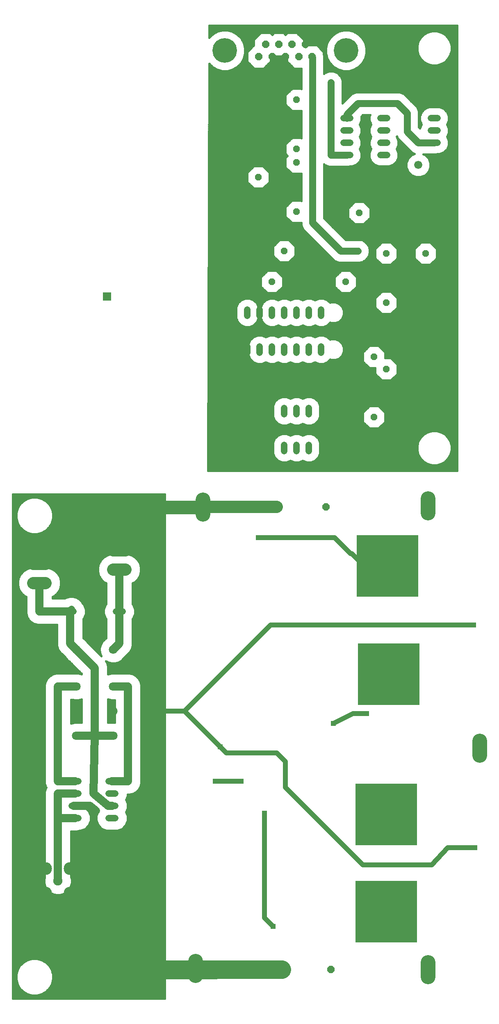
<source format=gbl>
G75*
%MOIN*%
%OFA0B0*%
%FSLAX25Y25*%
%IPPOS*%
%LPD*%
%AMOC8*
5,1,8,0,0,1.08239X$1,22.5*
%
%ADD10C,0.10039*%
%ADD11C,0.07500*%
%ADD12C,0.10500*%
%ADD13C,0.05200*%
%ADD14C,0.07087*%
%ADD15R,0.50000X0.50000*%
%ADD16R,0.03500X0.03500*%
%ADD17C,0.11850*%
%ADD18OC8,0.05200*%
%ADD19OC8,0.06000*%
%ADD20C,0.20000*%
%ADD21R,0.06750X0.06750*%
%ADD22C,0.06600*%
%ADD23C,0.01600*%
%ADD24C,0.06600*%
%ADD25C,0.15000*%
%ADD26R,0.03962X0.03962*%
%ADD27C,0.05600*%
%ADD28C,0.04000*%
%ADD29C,0.10000*%
%ADD30C,0.02400*%
D10*
X0025780Y0346205D02*
X0035820Y0346205D01*
X0035820Y0361795D02*
X0025780Y0361795D01*
X0090780Y0357205D02*
X0100820Y0357205D01*
X0100820Y0372795D02*
X0090780Y0372795D01*
D11*
X0045800Y0104000D03*
D12*
X0055839Y0093961D03*
X0055839Y0114039D03*
X0035761Y0114039D03*
X0035761Y0093961D03*
D13*
X0057200Y0155000D02*
X0062400Y0155000D01*
X0062400Y0165000D02*
X0057200Y0165000D01*
X0057200Y0175000D02*
X0062400Y0175000D01*
X0062400Y0185000D02*
X0057200Y0185000D01*
X0087200Y0185000D02*
X0092400Y0185000D01*
X0092400Y0175000D02*
X0087200Y0175000D01*
X0087200Y0165000D02*
X0092400Y0165000D01*
X0092400Y0155000D02*
X0087200Y0155000D01*
X0093200Y0323000D02*
X0098400Y0323000D01*
X0058400Y0323000D02*
X0053200Y0323000D01*
X0199800Y0533400D02*
X0199800Y0538600D01*
X0209800Y0538600D02*
X0209800Y0533400D01*
X0219800Y0533400D02*
X0219800Y0538600D01*
X0229800Y0538600D02*
X0229800Y0533400D01*
X0239800Y0533400D02*
X0239800Y0538600D01*
X0249800Y0538600D02*
X0249800Y0533400D01*
X0259800Y0533400D02*
X0259800Y0538600D01*
X0259800Y0563400D02*
X0259800Y0568600D01*
X0249800Y0568600D02*
X0249800Y0563400D01*
X0239800Y0563400D02*
X0239800Y0568600D01*
X0229800Y0568600D02*
X0229800Y0563400D01*
X0219800Y0563400D02*
X0219800Y0568600D01*
X0209800Y0568600D02*
X0209800Y0563400D01*
X0199800Y0563400D02*
X0199800Y0568600D01*
X0229800Y0488600D02*
X0229800Y0483400D01*
X0239800Y0483400D02*
X0239800Y0488600D01*
X0249800Y0488600D02*
X0249800Y0483400D01*
X0249800Y0458600D02*
X0249800Y0453400D01*
X0239800Y0453400D02*
X0239800Y0458600D01*
X0229800Y0458600D02*
X0229800Y0453400D01*
X0278200Y0694000D02*
X0283400Y0694000D01*
X0283400Y0704000D02*
X0278200Y0704000D01*
X0278200Y0714000D02*
X0283400Y0714000D01*
X0283400Y0724000D02*
X0278200Y0724000D01*
X0308200Y0724000D02*
X0313400Y0724000D01*
X0313400Y0714000D02*
X0308200Y0714000D01*
X0308200Y0704000D02*
X0313400Y0704000D01*
X0313400Y0694000D02*
X0308200Y0694000D01*
X0349200Y0704000D02*
X0354400Y0704000D01*
X0354400Y0714000D02*
X0349200Y0714000D01*
X0349200Y0724000D02*
X0354400Y0724000D01*
D14*
X0090800Y0292000D03*
X0090800Y0262000D03*
X0090800Y0242000D03*
X0090800Y0222000D03*
X0060800Y0222000D03*
X0060800Y0242000D03*
X0060800Y0262000D03*
X0060800Y0292000D03*
D15*
X0312800Y0158000D03*
X0312800Y0079000D03*
X0314800Y0272000D03*
X0313800Y0360000D03*
D16*
X0323800Y0370000D03*
X0318800Y0375000D03*
X0313800Y0380000D03*
X0308800Y0375000D03*
X0303800Y0370000D03*
X0298800Y0365000D03*
X0293800Y0370000D03*
X0298800Y0375000D03*
X0293800Y0380000D03*
X0303800Y0380000D03*
X0323800Y0380000D03*
X0328800Y0375000D03*
X0333800Y0370000D03*
X0328800Y0365000D03*
X0333800Y0380000D03*
X0334800Y0292000D03*
X0329800Y0287000D03*
X0324800Y0292000D03*
X0319800Y0287000D03*
X0314800Y0292000D03*
X0309800Y0287000D03*
X0304800Y0292000D03*
X0304800Y0282000D03*
X0299800Y0277000D03*
X0294800Y0282000D03*
X0299800Y0287000D03*
X0294800Y0292000D03*
X0324800Y0282000D03*
X0329800Y0277000D03*
X0334800Y0282000D03*
X0332800Y0178000D03*
X0327800Y0173000D03*
X0332800Y0168000D03*
X0327800Y0163000D03*
X0332800Y0158000D03*
X0327800Y0153000D03*
X0332800Y0148000D03*
X0327800Y0143000D03*
X0332800Y0138000D03*
X0322800Y0138000D03*
X0317800Y0143000D03*
X0322800Y0148000D03*
X0322800Y0168000D03*
X0317800Y0173000D03*
X0322800Y0178000D03*
X0322800Y0099000D03*
X0317800Y0094000D03*
X0322800Y0089000D03*
X0327800Y0084000D03*
X0332800Y0089000D03*
X0327800Y0094000D03*
X0332800Y0099000D03*
X0332800Y0079000D03*
X0327800Y0074000D03*
X0332800Y0069000D03*
X0327800Y0064000D03*
X0332800Y0059000D03*
X0322800Y0059000D03*
X0317800Y0064000D03*
X0322800Y0069000D03*
D17*
X0346800Y0037925D02*
X0346800Y0026075D01*
X0388800Y0206075D02*
X0388800Y0217925D01*
X0346800Y0403075D02*
X0346800Y0414925D01*
X0163800Y0413925D02*
X0163800Y0402075D01*
X0157800Y0038925D02*
X0157800Y0027075D01*
D18*
X0030800Y0303000D03*
X0030800Y0323000D03*
X0219800Y0591000D03*
X0229800Y0616000D03*
X0239800Y0648000D03*
X0239800Y0688000D03*
X0239800Y0699000D03*
X0239800Y0739000D03*
X0208800Y0676000D03*
X0188800Y0676000D03*
X0279800Y0591000D03*
X0289800Y0616000D03*
X0290800Y0647000D03*
X0310800Y0647000D03*
X0312800Y0614000D03*
X0312800Y0574000D03*
X0302800Y0530000D03*
X0312800Y0520000D03*
X0322800Y0530000D03*
X0344800Y0574000D03*
X0344800Y0614000D03*
X0322800Y0481000D03*
X0302800Y0481000D03*
D19*
X0263800Y0408000D03*
X0223800Y0408000D03*
X0220000Y0774000D03*
X0209200Y0774000D03*
X0214600Y0784000D03*
X0225400Y0784000D03*
X0236200Y0784000D03*
X0230800Y0774000D03*
X0241600Y0774000D03*
X0252400Y0774000D03*
X0247000Y0784000D03*
X0227800Y0032000D03*
X0267800Y0032000D03*
D20*
X0280100Y0779000D03*
X0181500Y0779000D03*
D21*
X0085800Y0579000D03*
D22*
X0338800Y0646000D03*
X0338800Y0686000D03*
D23*
X0009200Y0418600D02*
X0009200Y0008400D01*
X0132800Y0008400D01*
X0132800Y0418600D01*
X0009200Y0418600D01*
X0009200Y0418211D02*
X0132800Y0418211D01*
X0132800Y0416613D02*
X0009200Y0416613D01*
X0009200Y0415014D02*
X0021630Y0415014D01*
X0021058Y0414861D02*
X0017667Y0412903D01*
X0014897Y0410133D01*
X0012939Y0406742D01*
X0011925Y0402958D01*
X0011925Y0399042D01*
X0012939Y0395258D01*
X0014897Y0391867D01*
X0017667Y0389097D01*
X0021058Y0387139D01*
X0024842Y0386125D01*
X0028758Y0386125D01*
X0032542Y0387139D01*
X0035933Y0389097D01*
X0038703Y0391867D01*
X0040661Y0395258D01*
X0041675Y0399042D01*
X0041675Y0402958D01*
X0040661Y0406742D01*
X0038703Y0410133D01*
X0035933Y0412903D01*
X0032542Y0414861D01*
X0028758Y0415875D01*
X0024842Y0415875D01*
X0021058Y0414861D01*
X0018555Y0413416D02*
X0009200Y0413416D01*
X0009200Y0411817D02*
X0016581Y0411817D01*
X0014982Y0410219D02*
X0009200Y0410219D01*
X0009200Y0408620D02*
X0014023Y0408620D01*
X0013101Y0407022D02*
X0009200Y0407022D01*
X0009200Y0405423D02*
X0012586Y0405423D01*
X0012157Y0403825D02*
X0009200Y0403825D01*
X0009200Y0402226D02*
X0011925Y0402226D01*
X0011925Y0400628D02*
X0009200Y0400628D01*
X0009200Y0399029D02*
X0011928Y0399029D01*
X0012357Y0397431D02*
X0009200Y0397431D01*
X0009200Y0395832D02*
X0012785Y0395832D01*
X0013530Y0394234D02*
X0009200Y0394234D01*
X0009200Y0392635D02*
X0014453Y0392635D01*
X0015727Y0391037D02*
X0009200Y0391037D01*
X0009200Y0389438D02*
X0017325Y0389438D01*
X0019844Y0387840D02*
X0009200Y0387840D01*
X0009200Y0386241D02*
X0024408Y0386241D01*
X0029192Y0386241D02*
X0132800Y0386241D01*
X0132800Y0384643D02*
X0009200Y0384643D01*
X0009200Y0383044D02*
X0132800Y0383044D01*
X0132800Y0381446D02*
X0009200Y0381446D01*
X0009200Y0379847D02*
X0132800Y0379847D01*
X0132800Y0378249D02*
X0009200Y0378249D01*
X0009200Y0376650D02*
X0132800Y0376650D01*
X0132800Y0375052D02*
X0009200Y0375052D01*
X0009200Y0373453D02*
X0132800Y0373453D01*
X0132800Y0371855D02*
X0009200Y0371855D01*
X0009200Y0370256D02*
X0132800Y0370256D01*
X0132800Y0368658D02*
X0105822Y0368658D01*
X0105613Y0368778D02*
X0102455Y0369624D01*
X0089145Y0369624D01*
X0085986Y0368778D01*
X0083154Y0367143D01*
X0080842Y0364831D01*
X0079207Y0361999D01*
X0078361Y0358840D01*
X0078361Y0355570D01*
X0079207Y0352411D01*
X0080842Y0349579D01*
X0083154Y0347266D01*
X0085100Y0346143D01*
X0085100Y0329042D01*
X0084722Y0328665D01*
X0083200Y0324989D01*
X0083200Y0321011D01*
X0084722Y0317335D01*
X0085100Y0316958D01*
X0085100Y0301432D01*
X0084895Y0301227D01*
X0084081Y0300757D01*
X0082043Y0298719D01*
X0080602Y0296224D01*
X0079857Y0293441D01*
X0079857Y0290559D01*
X0080602Y0287776D01*
X0081212Y0286720D01*
X0070027Y0297905D01*
X0069557Y0298719D01*
X0067519Y0300757D01*
X0066705Y0301227D01*
X0066500Y0301432D01*
X0066500Y0316958D01*
X0066878Y0317335D01*
X0068400Y0321011D01*
X0068400Y0324989D01*
X0066878Y0328665D01*
X0065895Y0329647D01*
X0064962Y0331263D01*
X0063063Y0333162D01*
X0060737Y0334505D01*
X0058143Y0335200D01*
X0055457Y0335200D01*
X0052863Y0334505D01*
X0051469Y0333700D01*
X0041500Y0333700D01*
X0041500Y0335143D01*
X0043446Y0336266D01*
X0045758Y0338579D01*
X0047393Y0341411D01*
X0048239Y0344570D01*
X0048239Y0347840D01*
X0047393Y0350999D01*
X0045758Y0353831D01*
X0043446Y0356143D01*
X0040613Y0357778D01*
X0037455Y0358624D01*
X0024145Y0358624D01*
X0020986Y0357778D01*
X0018154Y0356143D01*
X0015842Y0353831D01*
X0014207Y0350999D01*
X0013361Y0347840D01*
X0013361Y0344570D01*
X0014207Y0341411D01*
X0015842Y0338579D01*
X0018154Y0336266D01*
X0020100Y0335143D01*
X0020100Y0321591D01*
X0020800Y0318979D01*
X0020800Y0318858D01*
X0020886Y0318772D01*
X0022238Y0316430D01*
X0024230Y0314438D01*
X0026572Y0313086D01*
X0026658Y0313000D01*
X0026779Y0313000D01*
X0029391Y0312300D01*
X0045100Y0312300D01*
X0045100Y0295591D01*
X0045829Y0292870D01*
X0047238Y0290430D01*
X0051573Y0286095D01*
X0052043Y0285281D01*
X0054081Y0283243D01*
X0054895Y0282773D01*
X0065100Y0272568D01*
X0065100Y0272154D01*
X0065024Y0272198D01*
X0062241Y0272943D01*
X0059359Y0272943D01*
X0058451Y0272700D01*
X0044391Y0272700D01*
X0041670Y0271971D01*
X0039230Y0270562D01*
X0037238Y0268570D01*
X0035829Y0266130D01*
X0035100Y0263409D01*
X0035100Y0183591D01*
X0035829Y0180870D01*
X0036331Y0180000D01*
X0035829Y0179130D01*
X0035100Y0176409D01*
X0035100Y0107147D01*
X0034650Y0105468D01*
X0034650Y0102532D01*
X0035410Y0099696D01*
X0036878Y0097154D01*
X0038954Y0095078D01*
X0041496Y0093610D01*
X0044332Y0092850D01*
X0047268Y0092850D01*
X0050104Y0093610D01*
X0052646Y0095078D01*
X0054722Y0097154D01*
X0056190Y0099696D01*
X0056950Y0102532D01*
X0056950Y0105468D01*
X0056500Y0107147D01*
X0056500Y0144300D01*
X0061209Y0144300D01*
X0063821Y0145000D01*
X0064389Y0145000D01*
X0068065Y0146522D01*
X0070878Y0149335D01*
X0072400Y0153011D01*
X0072400Y0156989D01*
X0070878Y0160665D01*
X0068065Y0163478D01*
X0064389Y0165000D01*
X0068065Y0166522D01*
X0068094Y0166552D01*
X0068567Y0166266D01*
X0077841Y0158537D01*
X0077200Y0156989D01*
X0077200Y0153011D01*
X0078722Y0149335D01*
X0081535Y0146522D01*
X0085211Y0145000D01*
X0094389Y0145000D01*
X0098065Y0146522D01*
X0100878Y0149335D01*
X0102400Y0153011D01*
X0102400Y0156989D01*
X0101153Y0160000D01*
X0102400Y0163011D01*
X0102400Y0166989D01*
X0101153Y0170000D01*
X0102400Y0173011D01*
X0102400Y0174300D01*
X0104209Y0174300D01*
X0106930Y0175029D01*
X0109370Y0176438D01*
X0111362Y0178430D01*
X0112771Y0180870D01*
X0113500Y0183591D01*
X0113500Y0263409D01*
X0112771Y0266130D01*
X0111362Y0268570D01*
X0109370Y0270562D01*
X0106930Y0271971D01*
X0104209Y0272700D01*
X0093149Y0272700D01*
X0092241Y0272943D01*
X0089359Y0272943D01*
X0086576Y0272198D01*
X0086500Y0272154D01*
X0086500Y0278409D01*
X0085771Y0281130D01*
X0084786Y0282836D01*
X0086576Y0281802D01*
X0089359Y0281057D01*
X0092241Y0281057D01*
X0095024Y0281802D01*
X0097519Y0283243D01*
X0099557Y0285281D01*
X0100027Y0286095D01*
X0104362Y0290430D01*
X0105771Y0292870D01*
X0106500Y0295591D01*
X0106500Y0316958D01*
X0106878Y0317335D01*
X0108400Y0321011D01*
X0108400Y0324989D01*
X0106878Y0328665D01*
X0106500Y0329042D01*
X0106500Y0346143D01*
X0108446Y0347266D01*
X0110758Y0349579D01*
X0112393Y0352411D01*
X0113239Y0355570D01*
X0113239Y0358840D01*
X0112393Y0361999D01*
X0110758Y0364831D01*
X0108446Y0367143D01*
X0105613Y0368778D01*
X0108529Y0367059D02*
X0132800Y0367059D01*
X0132800Y0365461D02*
X0110128Y0365461D01*
X0111317Y0363862D02*
X0132800Y0363862D01*
X0132800Y0362264D02*
X0112240Y0362264D01*
X0112750Y0360665D02*
X0132800Y0360665D01*
X0132800Y0359067D02*
X0113179Y0359067D01*
X0113239Y0357468D02*
X0132800Y0357468D01*
X0132800Y0355870D02*
X0113239Y0355870D01*
X0112891Y0354271D02*
X0132800Y0354271D01*
X0132800Y0352672D02*
X0112463Y0352672D01*
X0111621Y0351074D02*
X0132800Y0351074D01*
X0132800Y0349475D02*
X0110655Y0349475D01*
X0109056Y0347877D02*
X0132800Y0347877D01*
X0132800Y0346278D02*
X0106734Y0346278D01*
X0106500Y0344680D02*
X0132800Y0344680D01*
X0132800Y0343081D02*
X0106500Y0343081D01*
X0106500Y0341483D02*
X0132800Y0341483D01*
X0132800Y0339884D02*
X0106500Y0339884D01*
X0106500Y0338286D02*
X0132800Y0338286D01*
X0132800Y0336687D02*
X0106500Y0336687D01*
X0106500Y0335089D02*
X0132800Y0335089D01*
X0132800Y0333490D02*
X0106500Y0333490D01*
X0106500Y0331892D02*
X0132800Y0331892D01*
X0132800Y0330293D02*
X0106500Y0330293D01*
X0106847Y0328695D02*
X0132800Y0328695D01*
X0132800Y0327096D02*
X0107527Y0327096D01*
X0108189Y0325498D02*
X0132800Y0325498D01*
X0132800Y0323899D02*
X0108400Y0323899D01*
X0108400Y0322301D02*
X0132800Y0322301D01*
X0132800Y0320702D02*
X0108272Y0320702D01*
X0107610Y0319104D02*
X0132800Y0319104D01*
X0132800Y0317505D02*
X0106948Y0317505D01*
X0106500Y0315907D02*
X0132800Y0315907D01*
X0132800Y0314308D02*
X0106500Y0314308D01*
X0106500Y0312710D02*
X0132800Y0312710D01*
X0132800Y0311111D02*
X0106500Y0311111D01*
X0106500Y0309513D02*
X0132800Y0309513D01*
X0132800Y0307914D02*
X0106500Y0307914D01*
X0106500Y0306316D02*
X0132800Y0306316D01*
X0132800Y0304717D02*
X0106500Y0304717D01*
X0106500Y0303119D02*
X0132800Y0303119D01*
X0132800Y0301520D02*
X0106500Y0301520D01*
X0106500Y0299922D02*
X0132800Y0299922D01*
X0132800Y0298323D02*
X0106500Y0298323D01*
X0106500Y0296725D02*
X0132800Y0296725D01*
X0132800Y0295126D02*
X0106375Y0295126D01*
X0105947Y0293528D02*
X0132800Y0293528D01*
X0132800Y0291929D02*
X0105228Y0291929D01*
X0104263Y0290331D02*
X0132800Y0290331D01*
X0132800Y0288732D02*
X0102664Y0288732D01*
X0101066Y0287134D02*
X0132800Y0287134D01*
X0132800Y0285535D02*
X0099704Y0285535D01*
X0098213Y0283937D02*
X0132800Y0283937D01*
X0132800Y0282338D02*
X0095952Y0282338D01*
X0092974Y0272747D02*
X0132800Y0272747D01*
X0132800Y0274345D02*
X0086500Y0274345D01*
X0086500Y0272747D02*
X0088626Y0272747D01*
X0086500Y0275944D02*
X0132800Y0275944D01*
X0132800Y0277542D02*
X0086500Y0277542D01*
X0086304Y0279141D02*
X0132800Y0279141D01*
X0132800Y0280739D02*
X0085875Y0280739D01*
X0085648Y0282338D02*
X0085073Y0282338D01*
X0080973Y0287134D02*
X0080799Y0287134D01*
X0080346Y0288732D02*
X0079200Y0288732D01*
X0079918Y0290331D02*
X0077602Y0290331D01*
X0076003Y0291929D02*
X0079857Y0291929D01*
X0079880Y0293528D02*
X0074404Y0293528D01*
X0072806Y0295126D02*
X0080308Y0295126D01*
X0080892Y0296725D02*
X0071207Y0296725D01*
X0069786Y0298323D02*
X0081814Y0298323D01*
X0083245Y0299922D02*
X0068355Y0299922D01*
X0066500Y0301520D02*
X0085100Y0301520D01*
X0085100Y0303119D02*
X0066500Y0303119D01*
X0066500Y0304717D02*
X0085100Y0304717D01*
X0085100Y0306316D02*
X0066500Y0306316D01*
X0066500Y0307914D02*
X0085100Y0307914D01*
X0085100Y0309513D02*
X0066500Y0309513D01*
X0066500Y0311111D02*
X0085100Y0311111D01*
X0085100Y0312710D02*
X0066500Y0312710D01*
X0066500Y0314308D02*
X0085100Y0314308D01*
X0085100Y0315907D02*
X0066500Y0315907D01*
X0066948Y0317505D02*
X0084652Y0317505D01*
X0083990Y0319104D02*
X0067610Y0319104D01*
X0068272Y0320702D02*
X0083328Y0320702D01*
X0083200Y0322301D02*
X0068400Y0322301D01*
X0068400Y0323899D02*
X0083200Y0323899D01*
X0083411Y0325498D02*
X0068189Y0325498D01*
X0067527Y0327096D02*
X0084073Y0327096D01*
X0084753Y0328695D02*
X0066847Y0328695D01*
X0065522Y0330293D02*
X0085100Y0330293D01*
X0085100Y0331892D02*
X0064333Y0331892D01*
X0062494Y0333490D02*
X0085100Y0333490D01*
X0085100Y0335089D02*
X0058558Y0335089D01*
X0055042Y0335089D02*
X0041500Y0335089D01*
X0043866Y0336687D02*
X0085100Y0336687D01*
X0085100Y0338286D02*
X0045465Y0338286D01*
X0046512Y0339884D02*
X0085100Y0339884D01*
X0085100Y0341483D02*
X0047412Y0341483D01*
X0047841Y0343081D02*
X0085100Y0343081D01*
X0085100Y0344680D02*
X0048239Y0344680D01*
X0048239Y0346278D02*
X0084866Y0346278D01*
X0082544Y0347877D02*
X0048229Y0347877D01*
X0047801Y0349475D02*
X0080945Y0349475D01*
X0079979Y0351074D02*
X0047349Y0351074D01*
X0046427Y0352672D02*
X0079137Y0352672D01*
X0078709Y0354271D02*
X0045317Y0354271D01*
X0043719Y0355870D02*
X0078361Y0355870D01*
X0078361Y0357468D02*
X0041150Y0357468D01*
X0033756Y0387840D02*
X0132800Y0387840D01*
X0132800Y0389438D02*
X0036275Y0389438D01*
X0037873Y0391037D02*
X0132800Y0391037D01*
X0132800Y0392635D02*
X0039147Y0392635D01*
X0040070Y0394234D02*
X0132800Y0394234D01*
X0132800Y0395832D02*
X0040815Y0395832D01*
X0041243Y0397431D02*
X0132800Y0397431D01*
X0132800Y0399029D02*
X0041672Y0399029D01*
X0041675Y0400628D02*
X0132800Y0400628D01*
X0132800Y0402226D02*
X0041675Y0402226D01*
X0041443Y0403825D02*
X0132800Y0403825D01*
X0132800Y0405423D02*
X0041014Y0405423D01*
X0040499Y0407022D02*
X0132800Y0407022D01*
X0132800Y0408620D02*
X0039577Y0408620D01*
X0038618Y0410219D02*
X0132800Y0410219D01*
X0132800Y0411817D02*
X0037019Y0411817D01*
X0035045Y0413416D02*
X0132800Y0413416D01*
X0132800Y0415014D02*
X0031970Y0415014D01*
X0009200Y0368658D02*
X0085778Y0368658D01*
X0083071Y0367059D02*
X0009200Y0367059D01*
X0009200Y0365461D02*
X0081472Y0365461D01*
X0080283Y0363862D02*
X0009200Y0363862D01*
X0009200Y0362264D02*
X0079360Y0362264D01*
X0078850Y0360665D02*
X0009200Y0360665D01*
X0009200Y0359067D02*
X0078421Y0359067D01*
X0045100Y0311111D02*
X0009200Y0311111D01*
X0009200Y0309513D02*
X0045100Y0309513D01*
X0045100Y0307914D02*
X0009200Y0307914D01*
X0009200Y0306316D02*
X0045100Y0306316D01*
X0045100Y0304717D02*
X0009200Y0304717D01*
X0009200Y0303119D02*
X0045100Y0303119D01*
X0045100Y0301520D02*
X0009200Y0301520D01*
X0009200Y0299922D02*
X0045100Y0299922D01*
X0045100Y0298323D02*
X0009200Y0298323D01*
X0009200Y0296725D02*
X0045100Y0296725D01*
X0045225Y0295126D02*
X0009200Y0295126D01*
X0009200Y0293528D02*
X0045653Y0293528D01*
X0046372Y0291929D02*
X0009200Y0291929D01*
X0009200Y0290331D02*
X0047337Y0290331D01*
X0048936Y0288732D02*
X0009200Y0288732D01*
X0009200Y0287134D02*
X0050534Y0287134D01*
X0051896Y0285535D02*
X0009200Y0285535D01*
X0009200Y0283937D02*
X0053387Y0283937D01*
X0055330Y0282338D02*
X0009200Y0282338D01*
X0009200Y0280739D02*
X0056928Y0280739D01*
X0058527Y0279141D02*
X0009200Y0279141D01*
X0009200Y0277542D02*
X0060125Y0277542D01*
X0061724Y0275944D02*
X0009200Y0275944D01*
X0009200Y0274345D02*
X0063322Y0274345D01*
X0062974Y0272747D02*
X0064921Y0272747D01*
X0058626Y0272747D02*
X0009200Y0272747D01*
X0009200Y0271148D02*
X0040246Y0271148D01*
X0038218Y0269550D02*
X0009200Y0269550D01*
X0009200Y0267951D02*
X0036881Y0267951D01*
X0035958Y0266353D02*
X0009200Y0266353D01*
X0009200Y0264754D02*
X0035461Y0264754D01*
X0035100Y0263156D02*
X0009200Y0263156D01*
X0009200Y0261557D02*
X0035100Y0261557D01*
X0035100Y0259959D02*
X0009200Y0259959D01*
X0009200Y0258360D02*
X0035100Y0258360D01*
X0035100Y0256762D02*
X0009200Y0256762D01*
X0009200Y0255163D02*
X0035100Y0255163D01*
X0035100Y0253565D02*
X0009200Y0253565D01*
X0009200Y0251966D02*
X0035100Y0251966D01*
X0035100Y0250368D02*
X0009200Y0250368D01*
X0009200Y0248769D02*
X0035100Y0248769D01*
X0035100Y0247171D02*
X0009200Y0247171D01*
X0009200Y0245572D02*
X0035100Y0245572D01*
X0035100Y0243974D02*
X0009200Y0243974D01*
X0009200Y0242375D02*
X0035100Y0242375D01*
X0035100Y0240777D02*
X0009200Y0240777D01*
X0009200Y0239178D02*
X0035100Y0239178D01*
X0035100Y0237580D02*
X0009200Y0237580D01*
X0009200Y0235981D02*
X0035100Y0235981D01*
X0035100Y0234383D02*
X0009200Y0234383D01*
X0009200Y0232784D02*
X0035100Y0232784D01*
X0035100Y0231186D02*
X0009200Y0231186D01*
X0009200Y0229587D02*
X0035100Y0229587D01*
X0035100Y0227989D02*
X0009200Y0227989D01*
X0009200Y0226390D02*
X0035100Y0226390D01*
X0035100Y0224792D02*
X0009200Y0224792D01*
X0009200Y0223193D02*
X0035100Y0223193D01*
X0035100Y0221595D02*
X0009200Y0221595D01*
X0009200Y0219996D02*
X0035100Y0219996D01*
X0035100Y0218398D02*
X0009200Y0218398D01*
X0009200Y0216799D02*
X0035100Y0216799D01*
X0035100Y0215201D02*
X0009200Y0215201D01*
X0009200Y0213602D02*
X0035100Y0213602D01*
X0035100Y0212003D02*
X0009200Y0212003D01*
X0009200Y0210405D02*
X0035100Y0210405D01*
X0035100Y0208806D02*
X0009200Y0208806D01*
X0009200Y0207208D02*
X0035100Y0207208D01*
X0035100Y0205609D02*
X0009200Y0205609D01*
X0009200Y0204011D02*
X0035100Y0204011D01*
X0035100Y0202412D02*
X0009200Y0202412D01*
X0009200Y0200814D02*
X0035100Y0200814D01*
X0035100Y0199215D02*
X0009200Y0199215D01*
X0009200Y0197617D02*
X0035100Y0197617D01*
X0035100Y0196018D02*
X0009200Y0196018D01*
X0009200Y0194420D02*
X0035100Y0194420D01*
X0035100Y0192821D02*
X0009200Y0192821D01*
X0009200Y0191223D02*
X0035100Y0191223D01*
X0035100Y0189624D02*
X0009200Y0189624D01*
X0009200Y0188026D02*
X0035100Y0188026D01*
X0035100Y0186427D02*
X0009200Y0186427D01*
X0009200Y0184829D02*
X0035100Y0184829D01*
X0035197Y0183230D02*
X0009200Y0183230D01*
X0009200Y0181632D02*
X0035625Y0181632D01*
X0036312Y0180033D02*
X0009200Y0180033D01*
X0009200Y0178435D02*
X0035643Y0178435D01*
X0035215Y0176836D02*
X0009200Y0176836D01*
X0009200Y0175238D02*
X0035100Y0175238D01*
X0035100Y0173639D02*
X0009200Y0173639D01*
X0009200Y0172041D02*
X0035100Y0172041D01*
X0035100Y0170442D02*
X0009200Y0170442D01*
X0009200Y0168844D02*
X0035100Y0168844D01*
X0035100Y0167245D02*
X0009200Y0167245D01*
X0009200Y0165647D02*
X0035100Y0165647D01*
X0035100Y0164048D02*
X0009200Y0164048D01*
X0009200Y0162450D02*
X0035100Y0162450D01*
X0035100Y0160851D02*
X0009200Y0160851D01*
X0009200Y0159253D02*
X0035100Y0159253D01*
X0035100Y0157654D02*
X0009200Y0157654D01*
X0009200Y0156056D02*
X0035100Y0156056D01*
X0035100Y0154457D02*
X0009200Y0154457D01*
X0009200Y0152859D02*
X0035100Y0152859D01*
X0035100Y0151260D02*
X0009200Y0151260D01*
X0009200Y0149662D02*
X0035100Y0149662D01*
X0035100Y0148063D02*
X0009200Y0148063D01*
X0009200Y0146465D02*
X0035100Y0146465D01*
X0035100Y0144866D02*
X0009200Y0144866D01*
X0009200Y0143268D02*
X0035100Y0143268D01*
X0035100Y0141669D02*
X0009200Y0141669D01*
X0009200Y0140070D02*
X0035100Y0140070D01*
X0035100Y0138472D02*
X0009200Y0138472D01*
X0009200Y0136873D02*
X0035100Y0136873D01*
X0035100Y0135275D02*
X0009200Y0135275D01*
X0009200Y0133676D02*
X0035100Y0133676D01*
X0035100Y0132078D02*
X0009200Y0132078D01*
X0009200Y0130479D02*
X0035100Y0130479D01*
X0035100Y0128881D02*
X0009200Y0128881D01*
X0009200Y0127282D02*
X0035100Y0127282D01*
X0035100Y0125684D02*
X0009200Y0125684D01*
X0009200Y0124085D02*
X0035100Y0124085D01*
X0035100Y0122487D02*
X0009200Y0122487D01*
X0009200Y0120888D02*
X0035100Y0120888D01*
X0035100Y0119290D02*
X0009200Y0119290D01*
X0009200Y0117691D02*
X0035100Y0117691D01*
X0035100Y0116093D02*
X0009200Y0116093D01*
X0009200Y0114494D02*
X0035100Y0114494D01*
X0035100Y0112896D02*
X0009200Y0112896D01*
X0009200Y0111297D02*
X0035100Y0111297D01*
X0035100Y0109699D02*
X0009200Y0109699D01*
X0009200Y0108100D02*
X0035100Y0108100D01*
X0034927Y0106502D02*
X0009200Y0106502D01*
X0009200Y0104903D02*
X0034650Y0104903D01*
X0034650Y0103305D02*
X0009200Y0103305D01*
X0009200Y0101706D02*
X0034871Y0101706D01*
X0035300Y0100108D02*
X0009200Y0100108D01*
X0009200Y0098509D02*
X0036095Y0098509D01*
X0037121Y0096911D02*
X0009200Y0096911D01*
X0009200Y0095312D02*
X0038719Y0095312D01*
X0041316Y0093714D02*
X0009200Y0093714D01*
X0009200Y0092115D02*
X0132800Y0092115D01*
X0132800Y0090517D02*
X0009200Y0090517D01*
X0009200Y0088918D02*
X0132800Y0088918D01*
X0132800Y0087320D02*
X0009200Y0087320D01*
X0009200Y0085721D02*
X0132800Y0085721D01*
X0132800Y0084123D02*
X0009200Y0084123D01*
X0009200Y0082524D02*
X0132800Y0082524D01*
X0132800Y0080926D02*
X0009200Y0080926D01*
X0009200Y0079327D02*
X0132800Y0079327D01*
X0132800Y0077729D02*
X0009200Y0077729D01*
X0009200Y0076130D02*
X0132800Y0076130D01*
X0132800Y0074532D02*
X0009200Y0074532D01*
X0009200Y0072933D02*
X0132800Y0072933D01*
X0132800Y0071334D02*
X0009200Y0071334D01*
X0009200Y0069736D02*
X0132800Y0069736D01*
X0132800Y0068137D02*
X0009200Y0068137D01*
X0009200Y0066539D02*
X0132800Y0066539D01*
X0132800Y0064940D02*
X0009200Y0064940D01*
X0009200Y0063342D02*
X0132800Y0063342D01*
X0132800Y0061743D02*
X0009200Y0061743D01*
X0009200Y0060145D02*
X0132800Y0060145D01*
X0132800Y0058546D02*
X0009200Y0058546D01*
X0009200Y0056948D02*
X0132800Y0056948D01*
X0132800Y0055349D02*
X0009200Y0055349D01*
X0009200Y0053751D02*
X0132800Y0053751D01*
X0132800Y0052152D02*
X0009200Y0052152D01*
X0009200Y0050554D02*
X0132800Y0050554D01*
X0132800Y0048955D02*
X0009200Y0048955D01*
X0009200Y0047357D02*
X0132800Y0047357D01*
X0132800Y0045758D02*
X0009200Y0045758D01*
X0009200Y0044160D02*
X0132800Y0044160D01*
X0132800Y0042561D02*
X0009200Y0042561D01*
X0009200Y0040963D02*
X0132800Y0040963D01*
X0132800Y0039364D02*
X0033402Y0039364D01*
X0032542Y0039861D02*
X0028758Y0040875D01*
X0024842Y0040875D01*
X0021058Y0039861D01*
X0017667Y0037903D01*
X0014897Y0035133D01*
X0012939Y0031742D01*
X0011925Y0027958D01*
X0011925Y0024042D01*
X0012939Y0020258D01*
X0014897Y0016867D01*
X0017667Y0014097D01*
X0021058Y0012139D01*
X0024842Y0011125D01*
X0028758Y0011125D01*
X0032542Y0012139D01*
X0035933Y0014097D01*
X0038703Y0016867D01*
X0040661Y0020258D01*
X0041675Y0024042D01*
X0041675Y0027958D01*
X0040661Y0031742D01*
X0038703Y0035133D01*
X0035933Y0037903D01*
X0032542Y0039861D01*
X0036071Y0037766D02*
X0132800Y0037766D01*
X0132800Y0036167D02*
X0037669Y0036167D01*
X0039029Y0034569D02*
X0132800Y0034569D01*
X0132800Y0032970D02*
X0039952Y0032970D01*
X0040760Y0031372D02*
X0132800Y0031372D01*
X0132800Y0029773D02*
X0041189Y0029773D01*
X0041617Y0028175D02*
X0132800Y0028175D01*
X0132800Y0026576D02*
X0041675Y0026576D01*
X0041675Y0024978D02*
X0132800Y0024978D01*
X0132800Y0023379D02*
X0041497Y0023379D01*
X0041069Y0021781D02*
X0132800Y0021781D01*
X0132800Y0020182D02*
X0040617Y0020182D01*
X0039694Y0018584D02*
X0132800Y0018584D01*
X0132800Y0016985D02*
X0038771Y0016985D01*
X0037223Y0015387D02*
X0132800Y0015387D01*
X0132800Y0013788D02*
X0035398Y0013788D01*
X0032630Y0012190D02*
X0132800Y0012190D01*
X0132800Y0010591D02*
X0009200Y0010591D01*
X0009200Y0008993D02*
X0132800Y0008993D01*
X0132800Y0093714D02*
X0050284Y0093714D01*
X0052881Y0095312D02*
X0132800Y0095312D01*
X0132800Y0096911D02*
X0054479Y0096911D01*
X0055505Y0098509D02*
X0132800Y0098509D01*
X0132800Y0100108D02*
X0056300Y0100108D01*
X0056729Y0101706D02*
X0132800Y0101706D01*
X0132800Y0103305D02*
X0056950Y0103305D01*
X0056950Y0104903D02*
X0132800Y0104903D01*
X0132800Y0106502D02*
X0056673Y0106502D01*
X0056500Y0108100D02*
X0132800Y0108100D01*
X0132800Y0109699D02*
X0056500Y0109699D01*
X0056500Y0111297D02*
X0132800Y0111297D01*
X0132800Y0112896D02*
X0056500Y0112896D01*
X0056500Y0114494D02*
X0132800Y0114494D01*
X0132800Y0116093D02*
X0056500Y0116093D01*
X0056500Y0117691D02*
X0132800Y0117691D01*
X0132800Y0119290D02*
X0056500Y0119290D01*
X0056500Y0120888D02*
X0132800Y0120888D01*
X0132800Y0122487D02*
X0056500Y0122487D01*
X0056500Y0124085D02*
X0132800Y0124085D01*
X0132800Y0125684D02*
X0056500Y0125684D01*
X0056500Y0127282D02*
X0132800Y0127282D01*
X0132800Y0128881D02*
X0056500Y0128881D01*
X0056500Y0130479D02*
X0132800Y0130479D01*
X0132800Y0132078D02*
X0056500Y0132078D01*
X0056500Y0133676D02*
X0132800Y0133676D01*
X0132800Y0135275D02*
X0056500Y0135275D01*
X0056500Y0136873D02*
X0132800Y0136873D01*
X0132800Y0138472D02*
X0056500Y0138472D01*
X0056500Y0140070D02*
X0132800Y0140070D01*
X0132800Y0141669D02*
X0056500Y0141669D01*
X0056500Y0143268D02*
X0132800Y0143268D01*
X0132800Y0144866D02*
X0063321Y0144866D01*
X0067925Y0146465D02*
X0081675Y0146465D01*
X0079995Y0148063D02*
X0069605Y0148063D01*
X0071013Y0149662D02*
X0078587Y0149662D01*
X0077925Y0151260D02*
X0071675Y0151260D01*
X0072337Y0152859D02*
X0077263Y0152859D01*
X0077200Y0154457D02*
X0072400Y0154457D01*
X0072400Y0156056D02*
X0077200Y0156056D01*
X0077475Y0157654D02*
X0072125Y0157654D01*
X0071462Y0159253D02*
X0076983Y0159253D01*
X0075065Y0160851D02*
X0070691Y0160851D01*
X0069092Y0162450D02*
X0073146Y0162450D01*
X0071228Y0164048D02*
X0066687Y0164048D01*
X0065950Y0165647D02*
X0069310Y0165647D01*
X0064389Y0165000D02*
X0063821Y0165000D01*
X0063821Y0165000D01*
X0064389Y0165000D01*
X0097925Y0146465D02*
X0132800Y0146465D01*
X0132800Y0148063D02*
X0099605Y0148063D01*
X0101013Y0149662D02*
X0132800Y0149662D01*
X0132800Y0151260D02*
X0101675Y0151260D01*
X0102337Y0152859D02*
X0132800Y0152859D01*
X0132800Y0154457D02*
X0102400Y0154457D01*
X0102400Y0156056D02*
X0132800Y0156056D01*
X0132800Y0157654D02*
X0102125Y0157654D01*
X0101462Y0159253D02*
X0132800Y0159253D01*
X0132800Y0160851D02*
X0101505Y0160851D01*
X0102168Y0162450D02*
X0132800Y0162450D01*
X0132800Y0164048D02*
X0102400Y0164048D01*
X0102400Y0165647D02*
X0132800Y0165647D01*
X0132800Y0167245D02*
X0102294Y0167245D01*
X0101632Y0168844D02*
X0132800Y0168844D01*
X0132800Y0170442D02*
X0101336Y0170442D01*
X0101998Y0172041D02*
X0132800Y0172041D01*
X0132800Y0173639D02*
X0102400Y0173639D01*
X0107291Y0175238D02*
X0132800Y0175238D01*
X0132800Y0176836D02*
X0109768Y0176836D01*
X0111365Y0178435D02*
X0132800Y0178435D01*
X0132800Y0180033D02*
X0112288Y0180033D01*
X0112975Y0181632D02*
X0132800Y0181632D01*
X0132800Y0183230D02*
X0113403Y0183230D01*
X0113500Y0184829D02*
X0132800Y0184829D01*
X0132800Y0186427D02*
X0113500Y0186427D01*
X0113500Y0188026D02*
X0132800Y0188026D01*
X0132800Y0189624D02*
X0113500Y0189624D01*
X0113500Y0191223D02*
X0132800Y0191223D01*
X0132800Y0192821D02*
X0113500Y0192821D01*
X0113500Y0194420D02*
X0132800Y0194420D01*
X0132800Y0196018D02*
X0113500Y0196018D01*
X0113500Y0197617D02*
X0132800Y0197617D01*
X0132800Y0199215D02*
X0113500Y0199215D01*
X0113500Y0200814D02*
X0132800Y0200814D01*
X0132800Y0202412D02*
X0113500Y0202412D01*
X0113500Y0204011D02*
X0132800Y0204011D01*
X0132800Y0205609D02*
X0113500Y0205609D01*
X0113500Y0207208D02*
X0132800Y0207208D01*
X0132800Y0208806D02*
X0113500Y0208806D01*
X0113500Y0210405D02*
X0132800Y0210405D01*
X0132800Y0212003D02*
X0113500Y0212003D01*
X0113500Y0213602D02*
X0132800Y0213602D01*
X0132800Y0215201D02*
X0113500Y0215201D01*
X0113500Y0216799D02*
X0132800Y0216799D01*
X0132800Y0218398D02*
X0113500Y0218398D01*
X0113500Y0219996D02*
X0132800Y0219996D01*
X0132800Y0221595D02*
X0113500Y0221595D01*
X0113500Y0223193D02*
X0132800Y0223193D01*
X0132800Y0224792D02*
X0113500Y0224792D01*
X0113500Y0226390D02*
X0132800Y0226390D01*
X0132800Y0227989D02*
X0113500Y0227989D01*
X0113500Y0229587D02*
X0132800Y0229587D01*
X0132800Y0231186D02*
X0113500Y0231186D01*
X0113500Y0232784D02*
X0132800Y0232784D01*
X0132800Y0234383D02*
X0113500Y0234383D01*
X0113500Y0235981D02*
X0132800Y0235981D01*
X0132800Y0237580D02*
X0113500Y0237580D01*
X0113500Y0239178D02*
X0132800Y0239178D01*
X0132800Y0240777D02*
X0113500Y0240777D01*
X0113500Y0242375D02*
X0132800Y0242375D01*
X0132800Y0243974D02*
X0113500Y0243974D01*
X0113500Y0245572D02*
X0132800Y0245572D01*
X0132800Y0247171D02*
X0113500Y0247171D01*
X0113500Y0248769D02*
X0132800Y0248769D01*
X0132800Y0250368D02*
X0113500Y0250368D01*
X0113500Y0251966D02*
X0132800Y0251966D01*
X0132800Y0253565D02*
X0113500Y0253565D01*
X0113500Y0255163D02*
X0132800Y0255163D01*
X0132800Y0256762D02*
X0113500Y0256762D01*
X0113500Y0258360D02*
X0132800Y0258360D01*
X0132800Y0259959D02*
X0113500Y0259959D01*
X0113500Y0261557D02*
X0132800Y0261557D01*
X0132800Y0263156D02*
X0113500Y0263156D01*
X0113139Y0264754D02*
X0132800Y0264754D01*
X0132800Y0266353D02*
X0112642Y0266353D01*
X0111719Y0267951D02*
X0132800Y0267951D01*
X0132800Y0269550D02*
X0110382Y0269550D01*
X0108354Y0271148D02*
X0132800Y0271148D01*
X0092100Y0251057D02*
X0092100Y0232943D01*
X0089359Y0232943D01*
X0088451Y0232700D01*
X0086500Y0232700D01*
X0086500Y0251846D01*
X0086576Y0251802D01*
X0089359Y0251057D01*
X0092100Y0251057D01*
X0092100Y0250368D02*
X0086500Y0250368D01*
X0086500Y0248769D02*
X0092100Y0248769D01*
X0092100Y0247171D02*
X0086500Y0247171D01*
X0086500Y0245572D02*
X0092100Y0245572D01*
X0092100Y0243974D02*
X0086500Y0243974D01*
X0086500Y0242375D02*
X0092100Y0242375D01*
X0092100Y0240777D02*
X0086500Y0240777D01*
X0086500Y0239178D02*
X0092100Y0239178D01*
X0092100Y0237580D02*
X0086500Y0237580D01*
X0086500Y0235981D02*
X0092100Y0235981D01*
X0092100Y0234383D02*
X0086500Y0234383D01*
X0086500Y0232784D02*
X0088765Y0232784D01*
X0065100Y0232784D02*
X0062835Y0232784D01*
X0063149Y0232700D02*
X0062241Y0232943D01*
X0059359Y0232943D01*
X0056576Y0232198D01*
X0056500Y0232154D01*
X0056500Y0251300D01*
X0058451Y0251300D01*
X0059359Y0251057D01*
X0062241Y0251057D01*
X0065024Y0251802D01*
X0065100Y0251846D01*
X0065100Y0232700D01*
X0063149Y0232700D01*
X0065100Y0234383D02*
X0056500Y0234383D01*
X0056500Y0235981D02*
X0065100Y0235981D01*
X0065100Y0237580D02*
X0056500Y0237580D01*
X0056500Y0239178D02*
X0065100Y0239178D01*
X0065100Y0240777D02*
X0056500Y0240777D01*
X0056500Y0242375D02*
X0065100Y0242375D01*
X0065100Y0243974D02*
X0056500Y0243974D01*
X0056500Y0245572D02*
X0065100Y0245572D01*
X0065100Y0247171D02*
X0056500Y0247171D01*
X0056500Y0248769D02*
X0065100Y0248769D01*
X0065100Y0250368D02*
X0056500Y0250368D01*
X0056500Y0232784D02*
X0058765Y0232784D01*
X0027862Y0312710D02*
X0009200Y0312710D01*
X0009200Y0314308D02*
X0024455Y0314308D01*
X0022761Y0315907D02*
X0009200Y0315907D01*
X0009200Y0317505D02*
X0021617Y0317505D01*
X0020767Y0319104D02*
X0009200Y0319104D01*
X0009200Y0320702D02*
X0020338Y0320702D01*
X0020100Y0322301D02*
X0009200Y0322301D01*
X0009200Y0323899D02*
X0020100Y0323899D01*
X0020100Y0325498D02*
X0009200Y0325498D01*
X0009200Y0327096D02*
X0020100Y0327096D01*
X0020100Y0328695D02*
X0009200Y0328695D01*
X0009200Y0330293D02*
X0020100Y0330293D01*
X0020100Y0331892D02*
X0009200Y0331892D01*
X0009200Y0333490D02*
X0020100Y0333490D01*
X0020100Y0335089D02*
X0009200Y0335089D01*
X0009200Y0336687D02*
X0017734Y0336687D01*
X0016135Y0338286D02*
X0009200Y0338286D01*
X0009200Y0339884D02*
X0015088Y0339884D01*
X0014188Y0341483D02*
X0009200Y0341483D01*
X0009200Y0343081D02*
X0013759Y0343081D01*
X0013361Y0344680D02*
X0009200Y0344680D01*
X0009200Y0346278D02*
X0013361Y0346278D01*
X0013371Y0347877D02*
X0009200Y0347877D01*
X0009200Y0349475D02*
X0013799Y0349475D01*
X0014251Y0351074D02*
X0009200Y0351074D01*
X0009200Y0352672D02*
X0015173Y0352672D01*
X0016283Y0354271D02*
X0009200Y0354271D01*
X0009200Y0355870D02*
X0017881Y0355870D01*
X0020450Y0357468D02*
X0009200Y0357468D01*
X0167817Y0437400D02*
X0370400Y0437400D01*
X0370400Y0799600D01*
X0168786Y0799600D01*
X0168758Y0789452D01*
X0171430Y0792123D01*
X0175170Y0794282D01*
X0179341Y0795400D01*
X0183659Y0795400D01*
X0187830Y0794282D01*
X0191570Y0792123D01*
X0194623Y0789070D01*
X0196782Y0785330D01*
X0197900Y0781159D01*
X0197900Y0776841D01*
X0196782Y0772670D01*
X0194623Y0768930D01*
X0191570Y0765877D01*
X0187830Y0763718D01*
X0183659Y0762600D01*
X0179341Y0762600D01*
X0175170Y0763718D01*
X0171430Y0765877D01*
X0168703Y0768604D01*
X0167817Y0437400D01*
X0167821Y0438992D02*
X0370400Y0438992D01*
X0370400Y0440591D02*
X0167826Y0440591D01*
X0167830Y0442189D02*
X0349734Y0442189D01*
X0349973Y0442125D02*
X0353627Y0442125D01*
X0357156Y0443071D01*
X0360319Y0444897D01*
X0362903Y0447481D01*
X0364729Y0450644D01*
X0365675Y0454173D01*
X0365675Y0457827D01*
X0364729Y0461356D01*
X0362903Y0464519D01*
X0360319Y0467103D01*
X0357156Y0468929D01*
X0353627Y0469875D01*
X0349973Y0469875D01*
X0346444Y0468929D01*
X0343281Y0467103D01*
X0340697Y0464519D01*
X0338871Y0461356D01*
X0337925Y0457827D01*
X0337925Y0454173D01*
X0338871Y0450644D01*
X0340697Y0447481D01*
X0343281Y0444897D01*
X0346444Y0443071D01*
X0349973Y0442125D01*
X0353866Y0442189D02*
X0370400Y0442189D01*
X0370400Y0443788D02*
X0358398Y0443788D01*
X0360808Y0445386D02*
X0370400Y0445386D01*
X0370400Y0446985D02*
X0362407Y0446985D01*
X0363539Y0448583D02*
X0370400Y0448583D01*
X0370400Y0450182D02*
X0364462Y0450182D01*
X0365034Y0451780D02*
X0370400Y0451780D01*
X0370400Y0453379D02*
X0365462Y0453379D01*
X0365675Y0454977D02*
X0370400Y0454977D01*
X0370400Y0456576D02*
X0365675Y0456576D01*
X0365582Y0458174D02*
X0370400Y0458174D01*
X0370400Y0459773D02*
X0365154Y0459773D01*
X0364720Y0461371D02*
X0370400Y0461371D01*
X0370400Y0462970D02*
X0363797Y0462970D01*
X0362854Y0464568D02*
X0370400Y0464568D01*
X0370400Y0466167D02*
X0361255Y0466167D01*
X0359172Y0467765D02*
X0370400Y0467765D01*
X0370400Y0469364D02*
X0355534Y0469364D01*
X0348066Y0469364D02*
X0167903Y0469364D01*
X0167907Y0470962D02*
X0370400Y0470962D01*
X0370400Y0472561D02*
X0307089Y0472561D01*
X0306528Y0472000D02*
X0311800Y0477272D01*
X0311800Y0484728D01*
X0306528Y0490000D01*
X0299072Y0490000D01*
X0293800Y0484728D01*
X0293800Y0477272D01*
X0299072Y0472000D01*
X0306528Y0472000D01*
X0308687Y0474159D02*
X0370400Y0474159D01*
X0370400Y0475758D02*
X0310286Y0475758D01*
X0311800Y0477356D02*
X0370400Y0477356D01*
X0370400Y0478955D02*
X0311800Y0478955D01*
X0311800Y0480553D02*
X0370400Y0480553D01*
X0370400Y0482152D02*
X0311800Y0482152D01*
X0311800Y0483750D02*
X0370400Y0483750D01*
X0370400Y0485349D02*
X0311179Y0485349D01*
X0309580Y0486947D02*
X0370400Y0486947D01*
X0370400Y0488546D02*
X0307982Y0488546D01*
X0297618Y0488546D02*
X0258800Y0488546D01*
X0258800Y0490144D02*
X0370400Y0490144D01*
X0370400Y0491743D02*
X0258240Y0491743D01*
X0258800Y0490390D02*
X0257430Y0493698D01*
X0254898Y0496230D01*
X0251590Y0497600D01*
X0248010Y0497600D01*
X0244800Y0496270D01*
X0241590Y0497600D01*
X0238010Y0497600D01*
X0234800Y0496270D01*
X0231590Y0497600D01*
X0228010Y0497600D01*
X0224702Y0496230D01*
X0222170Y0493698D01*
X0220800Y0490390D01*
X0220800Y0481610D01*
X0222170Y0478302D01*
X0224702Y0475770D01*
X0228010Y0474400D01*
X0231590Y0474400D01*
X0234800Y0475730D01*
X0238010Y0474400D01*
X0241590Y0474400D01*
X0244800Y0475730D01*
X0248010Y0474400D01*
X0251590Y0474400D01*
X0254898Y0475770D01*
X0257430Y0478302D01*
X0258800Y0481610D01*
X0258800Y0490390D01*
X0257578Y0493341D02*
X0370400Y0493341D01*
X0370400Y0494940D02*
X0256188Y0494940D01*
X0254153Y0496539D02*
X0370400Y0496539D01*
X0370400Y0498137D02*
X0167979Y0498137D01*
X0167975Y0496539D02*
X0225447Y0496539D01*
X0223412Y0494940D02*
X0167971Y0494940D01*
X0167967Y0493341D02*
X0222022Y0493341D01*
X0221360Y0491743D02*
X0167962Y0491743D01*
X0167958Y0490144D02*
X0220800Y0490144D01*
X0220800Y0488546D02*
X0167954Y0488546D01*
X0167950Y0486947D02*
X0220800Y0486947D01*
X0220800Y0485349D02*
X0167945Y0485349D01*
X0167941Y0483750D02*
X0220800Y0483750D01*
X0220800Y0482152D02*
X0167937Y0482152D01*
X0167932Y0480553D02*
X0221238Y0480553D01*
X0221900Y0478955D02*
X0167928Y0478955D01*
X0167924Y0477356D02*
X0223116Y0477356D01*
X0224732Y0475758D02*
X0167920Y0475758D01*
X0167915Y0474159D02*
X0296913Y0474159D01*
X0298511Y0472561D02*
X0167911Y0472561D01*
X0167898Y0467765D02*
X0344428Y0467765D01*
X0342345Y0466167D02*
X0254961Y0466167D01*
X0254898Y0466230D02*
X0251590Y0467600D01*
X0248010Y0467600D01*
X0244800Y0466270D01*
X0241590Y0467600D01*
X0238010Y0467600D01*
X0234800Y0466270D01*
X0231590Y0467600D01*
X0228010Y0467600D01*
X0224702Y0466230D01*
X0222170Y0463698D01*
X0220800Y0460390D01*
X0220800Y0451610D01*
X0222170Y0448302D01*
X0224702Y0445770D01*
X0228010Y0444400D01*
X0231590Y0444400D01*
X0234800Y0445730D01*
X0238010Y0444400D01*
X0241590Y0444400D01*
X0244800Y0445730D01*
X0248010Y0444400D01*
X0251590Y0444400D01*
X0254898Y0445770D01*
X0257430Y0448302D01*
X0258800Y0451610D01*
X0258800Y0460390D01*
X0257430Y0463698D01*
X0254898Y0466230D01*
X0256560Y0464568D02*
X0340746Y0464568D01*
X0339803Y0462970D02*
X0257732Y0462970D01*
X0258394Y0461371D02*
X0338880Y0461371D01*
X0338446Y0459773D02*
X0258800Y0459773D01*
X0258800Y0458174D02*
X0338018Y0458174D01*
X0337925Y0456576D02*
X0258800Y0456576D01*
X0258800Y0454977D02*
X0337925Y0454977D01*
X0338138Y0453379D02*
X0258800Y0453379D01*
X0258800Y0451780D02*
X0338566Y0451780D01*
X0339138Y0450182D02*
X0258208Y0450182D01*
X0257546Y0448583D02*
X0340061Y0448583D01*
X0341193Y0446985D02*
X0256113Y0446985D01*
X0253971Y0445386D02*
X0342792Y0445386D01*
X0345202Y0443788D02*
X0167834Y0443788D01*
X0167838Y0445386D02*
X0225629Y0445386D01*
X0223487Y0446985D02*
X0167843Y0446985D01*
X0167847Y0448583D02*
X0222054Y0448583D01*
X0221392Y0450182D02*
X0167851Y0450182D01*
X0167856Y0451780D02*
X0220800Y0451780D01*
X0220800Y0453379D02*
X0167860Y0453379D01*
X0167864Y0454977D02*
X0220800Y0454977D01*
X0220800Y0456576D02*
X0167868Y0456576D01*
X0167873Y0458174D02*
X0220800Y0458174D01*
X0220800Y0459773D02*
X0167877Y0459773D01*
X0167881Y0461371D02*
X0221206Y0461371D01*
X0221868Y0462970D02*
X0167885Y0462970D01*
X0167890Y0464568D02*
X0223040Y0464568D01*
X0224639Y0466167D02*
X0167894Y0466167D01*
X0167984Y0499736D02*
X0370400Y0499736D01*
X0370400Y0501334D02*
X0167988Y0501334D01*
X0167992Y0502933D02*
X0370400Y0502933D01*
X0370400Y0504531D02*
X0167997Y0504531D01*
X0168001Y0506130D02*
X0370400Y0506130D01*
X0370400Y0507728D02*
X0168005Y0507728D01*
X0168009Y0509327D02*
X0370400Y0509327D01*
X0370400Y0510925D02*
X0168014Y0510925D01*
X0168018Y0512524D02*
X0307548Y0512524D01*
X0309072Y0511000D02*
X0316528Y0511000D01*
X0321800Y0516272D01*
X0321800Y0523728D01*
X0316528Y0529000D01*
X0311800Y0529000D01*
X0311800Y0533728D01*
X0306528Y0539000D01*
X0299072Y0539000D01*
X0293800Y0533728D01*
X0293800Y0526272D01*
X0299072Y0521000D01*
X0303800Y0521000D01*
X0303800Y0516272D01*
X0309072Y0511000D01*
X0305950Y0514122D02*
X0168022Y0514122D01*
X0168027Y0515721D02*
X0304351Y0515721D01*
X0303800Y0517319D02*
X0168031Y0517319D01*
X0168035Y0518918D02*
X0303800Y0518918D01*
X0303800Y0520516D02*
X0168039Y0520516D01*
X0168044Y0522115D02*
X0297957Y0522115D01*
X0296359Y0523713D02*
X0168048Y0523713D01*
X0168052Y0525312D02*
X0205809Y0525312D01*
X0204702Y0525770D02*
X0208010Y0524400D01*
X0211590Y0524400D01*
X0214800Y0525730D01*
X0218010Y0524400D01*
X0221590Y0524400D01*
X0224800Y0525730D01*
X0228010Y0524400D01*
X0231590Y0524400D01*
X0234800Y0525730D01*
X0238010Y0524400D01*
X0241590Y0524400D01*
X0244800Y0525730D01*
X0248010Y0524400D01*
X0251590Y0524400D01*
X0254800Y0525730D01*
X0258010Y0524400D01*
X0261590Y0524400D01*
X0264898Y0525770D01*
X0267162Y0528035D01*
X0268135Y0527631D01*
X0271465Y0527631D01*
X0274540Y0528906D01*
X0276894Y0531260D01*
X0278168Y0534335D01*
X0278168Y0537665D01*
X0276894Y0540740D01*
X0274540Y0543094D01*
X0271465Y0544368D01*
X0268135Y0544368D01*
X0267162Y0543965D01*
X0264898Y0546230D01*
X0261590Y0547600D01*
X0258010Y0547600D01*
X0254800Y0546270D01*
X0251590Y0547600D01*
X0248010Y0547600D01*
X0244800Y0546270D01*
X0241590Y0547600D01*
X0238010Y0547600D01*
X0234800Y0546270D01*
X0231590Y0547600D01*
X0228010Y0547600D01*
X0224800Y0546270D01*
X0221590Y0547600D01*
X0218010Y0547600D01*
X0214800Y0546270D01*
X0211590Y0547600D01*
X0208010Y0547600D01*
X0204702Y0546230D01*
X0202170Y0543698D01*
X0200800Y0540390D01*
X0200800Y0531610D01*
X0202170Y0528302D01*
X0204702Y0525770D01*
X0203562Y0526910D02*
X0168056Y0526910D01*
X0168061Y0528509D02*
X0202084Y0528509D01*
X0201422Y0530107D02*
X0168065Y0530107D01*
X0168069Y0531706D02*
X0200800Y0531706D01*
X0200800Y0533304D02*
X0168074Y0533304D01*
X0168078Y0534903D02*
X0200800Y0534903D01*
X0200800Y0536501D02*
X0168082Y0536501D01*
X0168086Y0538100D02*
X0200800Y0538100D01*
X0200800Y0539698D02*
X0168091Y0539698D01*
X0168095Y0541297D02*
X0201176Y0541297D01*
X0201838Y0542895D02*
X0168099Y0542895D01*
X0168103Y0544494D02*
X0202966Y0544494D01*
X0204564Y0546092D02*
X0168108Y0546092D01*
X0168112Y0547691D02*
X0370400Y0547691D01*
X0370400Y0549289D02*
X0168116Y0549289D01*
X0168121Y0550888D02*
X0370400Y0550888D01*
X0370400Y0552486D02*
X0168125Y0552486D01*
X0168129Y0554085D02*
X0370400Y0554085D01*
X0370400Y0555683D02*
X0264689Y0555683D01*
X0264898Y0555770D02*
X0267162Y0558035D01*
X0268135Y0557631D01*
X0271465Y0557631D01*
X0274540Y0558906D01*
X0276894Y0561260D01*
X0278168Y0564335D01*
X0278168Y0567665D01*
X0276894Y0570740D01*
X0274540Y0573094D01*
X0271465Y0574368D01*
X0268135Y0574368D01*
X0267162Y0573965D01*
X0264898Y0576230D01*
X0261590Y0577600D01*
X0258010Y0577600D01*
X0254800Y0576270D01*
X0251590Y0577600D01*
X0248010Y0577600D01*
X0244800Y0576270D01*
X0241590Y0577600D01*
X0238010Y0577600D01*
X0234800Y0576270D01*
X0231590Y0577600D01*
X0228010Y0577600D01*
X0224800Y0576270D01*
X0221590Y0577600D01*
X0218010Y0577600D01*
X0214702Y0576230D01*
X0212170Y0573698D01*
X0210800Y0570390D01*
X0210800Y0561610D01*
X0212170Y0558302D01*
X0214702Y0555770D01*
X0218010Y0554400D01*
X0221590Y0554400D01*
X0224800Y0555730D01*
X0228010Y0554400D01*
X0231590Y0554400D01*
X0234800Y0555730D01*
X0238010Y0554400D01*
X0241590Y0554400D01*
X0244800Y0555730D01*
X0248010Y0554400D01*
X0251590Y0554400D01*
X0254800Y0555730D01*
X0258010Y0554400D01*
X0261590Y0554400D01*
X0264898Y0555770D01*
X0266410Y0557282D02*
X0370400Y0557282D01*
X0370400Y0558880D02*
X0274480Y0558880D01*
X0276114Y0560479D02*
X0370400Y0560479D01*
X0370400Y0562077D02*
X0277233Y0562077D01*
X0277895Y0563676D02*
X0370400Y0563676D01*
X0370400Y0565274D02*
X0316802Y0565274D01*
X0316528Y0565000D02*
X0321800Y0570272D01*
X0321800Y0577728D01*
X0316528Y0583000D01*
X0309072Y0583000D01*
X0303800Y0577728D01*
X0303800Y0570272D01*
X0309072Y0565000D01*
X0316528Y0565000D01*
X0318401Y0566873D02*
X0370400Y0566873D01*
X0370400Y0568472D02*
X0319999Y0568472D01*
X0321598Y0570070D02*
X0370400Y0570070D01*
X0370400Y0571669D02*
X0321800Y0571669D01*
X0321800Y0573267D02*
X0370400Y0573267D01*
X0370400Y0574866D02*
X0321800Y0574866D01*
X0321800Y0576464D02*
X0370400Y0576464D01*
X0370400Y0578063D02*
X0321465Y0578063D01*
X0319867Y0579661D02*
X0370400Y0579661D01*
X0370400Y0581260D02*
X0318268Y0581260D01*
X0316670Y0582858D02*
X0370400Y0582858D01*
X0370400Y0584457D02*
X0285985Y0584457D01*
X0287583Y0586055D02*
X0370400Y0586055D01*
X0370400Y0587654D02*
X0288800Y0587654D01*
X0288800Y0587272D02*
X0283528Y0582000D01*
X0276072Y0582000D01*
X0270800Y0587272D01*
X0270800Y0594728D01*
X0276072Y0600000D01*
X0283528Y0600000D01*
X0288800Y0594728D01*
X0288800Y0587272D01*
X0288800Y0589252D02*
X0370400Y0589252D01*
X0370400Y0590851D02*
X0288800Y0590851D01*
X0288800Y0592449D02*
X0370400Y0592449D01*
X0370400Y0594048D02*
X0288800Y0594048D01*
X0287882Y0595646D02*
X0370400Y0595646D01*
X0370400Y0597245D02*
X0286283Y0597245D01*
X0284685Y0598843D02*
X0370400Y0598843D01*
X0370400Y0600442D02*
X0168253Y0600442D01*
X0168257Y0602040D02*
X0370400Y0602040D01*
X0370400Y0603639D02*
X0168262Y0603639D01*
X0168266Y0605237D02*
X0308835Y0605237D01*
X0309072Y0605000D02*
X0316528Y0605000D01*
X0321800Y0610272D01*
X0321800Y0617728D01*
X0316528Y0623000D01*
X0309072Y0623000D01*
X0303800Y0617728D01*
X0303800Y0610272D01*
X0309072Y0605000D01*
X0307236Y0606836D02*
X0291716Y0606836D01*
X0291630Y0606800D02*
X0292113Y0607000D01*
X0293528Y0607000D01*
X0294529Y0608001D01*
X0295011Y0608201D01*
X0297599Y0610789D01*
X0297799Y0611271D01*
X0298800Y0612272D01*
X0298800Y0613687D01*
X0299000Y0614170D01*
X0299000Y0617830D01*
X0298800Y0618313D01*
X0298800Y0619728D01*
X0297799Y0620729D01*
X0297599Y0621211D01*
X0295011Y0623799D01*
X0294529Y0623999D01*
X0293528Y0625000D01*
X0292113Y0625000D01*
X0291630Y0625200D01*
X0279611Y0625200D01*
X0262000Y0642811D01*
X0262000Y0686789D01*
X0262589Y0686201D01*
X0265970Y0684800D01*
X0282630Y0684800D01*
X0283113Y0685000D01*
X0285190Y0685000D01*
X0288498Y0686370D01*
X0291030Y0688902D01*
X0292400Y0692210D01*
X0292400Y0695790D01*
X0291070Y0699000D01*
X0292400Y0702210D01*
X0292400Y0705790D01*
X0291070Y0709000D01*
X0292400Y0712210D01*
X0292400Y0715790D01*
X0291070Y0719000D01*
X0292400Y0722210D01*
X0292400Y0725589D01*
X0293611Y0726800D01*
X0299618Y0726800D01*
X0299200Y0725790D01*
X0299200Y0722210D01*
X0300530Y0719000D01*
X0299200Y0715790D01*
X0299200Y0712210D01*
X0300530Y0709000D01*
X0299200Y0705790D01*
X0299200Y0702210D01*
X0300530Y0699000D01*
X0299200Y0695790D01*
X0299200Y0692210D01*
X0300570Y0688902D01*
X0303102Y0686370D01*
X0306410Y0685000D01*
X0315190Y0685000D01*
X0318498Y0686370D01*
X0321030Y0688902D01*
X0322400Y0692210D01*
X0322400Y0695790D01*
X0321070Y0699000D01*
X0322400Y0702210D01*
X0322400Y0705790D01*
X0321070Y0709000D01*
X0321285Y0709517D01*
X0322001Y0707789D01*
X0324589Y0705201D01*
X0333589Y0696201D01*
X0335834Y0695271D01*
X0333305Y0694223D01*
X0330577Y0691495D01*
X0329100Y0687929D01*
X0329100Y0684071D01*
X0330577Y0680505D01*
X0333305Y0677777D01*
X0336871Y0676300D01*
X0340729Y0676300D01*
X0344295Y0677777D01*
X0347023Y0680505D01*
X0348500Y0684071D01*
X0348500Y0687929D01*
X0347023Y0691495D01*
X0344295Y0694223D01*
X0342902Y0694800D01*
X0353630Y0694800D01*
X0354113Y0695000D01*
X0356190Y0695000D01*
X0359498Y0696370D01*
X0362030Y0698902D01*
X0363400Y0702210D01*
X0363400Y0705790D01*
X0362070Y0709000D01*
X0363400Y0712210D01*
X0363400Y0715790D01*
X0362070Y0719000D01*
X0363400Y0722210D01*
X0363400Y0725790D01*
X0362030Y0729098D01*
X0359498Y0731630D01*
X0356190Y0733000D01*
X0347410Y0733000D01*
X0344102Y0731630D01*
X0341570Y0729098D01*
X0340200Y0725790D01*
X0340200Y0722210D01*
X0341530Y0719000D01*
X0340200Y0715790D01*
X0340200Y0715611D01*
X0339000Y0716811D01*
X0339000Y0729830D01*
X0337599Y0733211D01*
X0329599Y0741211D01*
X0327011Y0743799D01*
X0323630Y0745200D01*
X0287970Y0745200D01*
X0284589Y0743799D01*
X0277000Y0736211D01*
X0277000Y0754830D01*
X0275599Y0758211D01*
X0275208Y0758602D01*
X0275207Y0758606D01*
X0273406Y0760407D01*
X0273402Y0760408D01*
X0273011Y0760799D01*
X0269630Y0762200D01*
X0265970Y0762200D01*
X0262589Y0760799D01*
X0262198Y0760408D01*
X0262194Y0760407D01*
X0262000Y0760213D01*
X0262000Y0775430D01*
X0261800Y0775913D01*
X0261800Y0777894D01*
X0256294Y0783400D01*
X0248506Y0783400D01*
X0247000Y0781894D01*
X0245600Y0783294D01*
X0245600Y0787894D01*
X0240094Y0793400D01*
X0232306Y0793400D01*
X0230800Y0791894D01*
X0229294Y0793400D01*
X0221506Y0793400D01*
X0220000Y0791894D01*
X0218494Y0793400D01*
X0210706Y0793400D01*
X0205200Y0787894D01*
X0205200Y0783294D01*
X0199800Y0777894D01*
X0199800Y0770106D01*
X0205306Y0764600D01*
X0213094Y0764600D01*
X0218600Y0770106D01*
X0218600Y0774706D01*
X0220000Y0776106D01*
X0221506Y0774600D01*
X0229294Y0774600D01*
X0230800Y0776106D01*
X0232200Y0774706D01*
X0232200Y0770106D01*
X0237706Y0764600D01*
X0243600Y0764600D01*
X0243600Y0747928D01*
X0243528Y0748000D01*
X0236072Y0748000D01*
X0230800Y0742728D01*
X0230800Y0735272D01*
X0236072Y0730000D01*
X0243528Y0730000D01*
X0243600Y0730072D01*
X0243600Y0707928D01*
X0243528Y0708000D01*
X0236072Y0708000D01*
X0230800Y0702728D01*
X0230800Y0695272D01*
X0232572Y0693500D01*
X0230800Y0691728D01*
X0230800Y0684272D01*
X0236072Y0679000D01*
X0243528Y0679000D01*
X0243600Y0679072D01*
X0243600Y0656928D01*
X0243528Y0657000D01*
X0236072Y0657000D01*
X0230800Y0651728D01*
X0230800Y0644272D01*
X0236072Y0639000D01*
X0243528Y0639000D01*
X0243600Y0639072D01*
X0243600Y0637170D01*
X0245001Y0633789D01*
X0247589Y0631201D01*
X0270589Y0608201D01*
X0273970Y0606800D01*
X0291630Y0606800D01*
X0295245Y0608434D02*
X0305638Y0608434D01*
X0304039Y0610033D02*
X0296844Y0610033D01*
X0298159Y0611631D02*
X0303800Y0611631D01*
X0303800Y0613230D02*
X0298800Y0613230D01*
X0299000Y0614828D02*
X0303800Y0614828D01*
X0303800Y0616427D02*
X0299000Y0616427D01*
X0298919Y0618025D02*
X0304097Y0618025D01*
X0305696Y0619624D02*
X0298800Y0619624D01*
X0297588Y0621222D02*
X0307294Y0621222D01*
X0308893Y0622821D02*
X0295990Y0622821D01*
X0294108Y0624419D02*
X0370400Y0624419D01*
X0370400Y0622821D02*
X0348707Y0622821D01*
X0348528Y0623000D02*
X0341072Y0623000D01*
X0335800Y0617728D01*
X0335800Y0610272D01*
X0341072Y0605000D01*
X0348528Y0605000D01*
X0353800Y0610272D01*
X0353800Y0617728D01*
X0348528Y0623000D01*
X0350306Y0621222D02*
X0370400Y0621222D01*
X0370400Y0619624D02*
X0351904Y0619624D01*
X0353503Y0618025D02*
X0370400Y0618025D01*
X0370400Y0616427D02*
X0353800Y0616427D01*
X0353800Y0614828D02*
X0370400Y0614828D01*
X0370400Y0613230D02*
X0353800Y0613230D01*
X0353800Y0611631D02*
X0370400Y0611631D01*
X0370400Y0610033D02*
X0353561Y0610033D01*
X0351962Y0608434D02*
X0370400Y0608434D01*
X0370400Y0606836D02*
X0350364Y0606836D01*
X0348765Y0605237D02*
X0370400Y0605237D01*
X0370400Y0626018D02*
X0278793Y0626018D01*
X0277194Y0627616D02*
X0370400Y0627616D01*
X0370400Y0629215D02*
X0275596Y0629215D01*
X0273997Y0630813D02*
X0370400Y0630813D01*
X0370400Y0632412D02*
X0272399Y0632412D01*
X0270800Y0634010D02*
X0370400Y0634010D01*
X0370400Y0635609D02*
X0269202Y0635609D01*
X0267603Y0637208D02*
X0370400Y0637208D01*
X0370400Y0638806D02*
X0295334Y0638806D01*
X0294528Y0638000D02*
X0287072Y0638000D01*
X0281800Y0643272D01*
X0281800Y0650728D01*
X0287072Y0656000D01*
X0294528Y0656000D01*
X0299800Y0650728D01*
X0299800Y0643272D01*
X0294528Y0638000D01*
X0296932Y0640405D02*
X0370400Y0640405D01*
X0370400Y0642003D02*
X0298531Y0642003D01*
X0299800Y0643602D02*
X0370400Y0643602D01*
X0370400Y0645200D02*
X0299800Y0645200D01*
X0299800Y0646799D02*
X0370400Y0646799D01*
X0370400Y0648397D02*
X0299800Y0648397D01*
X0299800Y0649996D02*
X0370400Y0649996D01*
X0370400Y0651594D02*
X0298934Y0651594D01*
X0297335Y0653193D02*
X0370400Y0653193D01*
X0370400Y0654791D02*
X0295737Y0654791D01*
X0285863Y0654791D02*
X0262000Y0654791D01*
X0262000Y0653193D02*
X0284265Y0653193D01*
X0282666Y0651594D02*
X0262000Y0651594D01*
X0262000Y0649996D02*
X0281800Y0649996D01*
X0281800Y0648397D02*
X0262000Y0648397D01*
X0262000Y0646799D02*
X0281800Y0646799D01*
X0281800Y0645200D02*
X0262000Y0645200D01*
X0262000Y0643602D02*
X0281800Y0643602D01*
X0283069Y0642003D02*
X0262808Y0642003D01*
X0264406Y0640405D02*
X0284668Y0640405D01*
X0286266Y0638806D02*
X0266005Y0638806D01*
X0262000Y0656390D02*
X0370400Y0656390D01*
X0370400Y0657988D02*
X0262000Y0657988D01*
X0262000Y0659587D02*
X0370400Y0659587D01*
X0370400Y0661185D02*
X0262000Y0661185D01*
X0262000Y0662784D02*
X0370400Y0662784D01*
X0370400Y0664382D02*
X0262000Y0664382D01*
X0262000Y0665981D02*
X0370400Y0665981D01*
X0370400Y0667579D02*
X0262000Y0667579D01*
X0262000Y0669178D02*
X0370400Y0669178D01*
X0370400Y0670776D02*
X0262000Y0670776D01*
X0262000Y0672375D02*
X0370400Y0672375D01*
X0370400Y0673973D02*
X0262000Y0673973D01*
X0262000Y0675572D02*
X0370400Y0675572D01*
X0370400Y0677170D02*
X0342830Y0677170D01*
X0345287Y0678769D02*
X0370400Y0678769D01*
X0370400Y0680367D02*
X0346885Y0680367D01*
X0347628Y0681966D02*
X0370400Y0681966D01*
X0370400Y0683564D02*
X0348290Y0683564D01*
X0348500Y0685163D02*
X0370400Y0685163D01*
X0370400Y0686761D02*
X0348500Y0686761D01*
X0348322Y0688360D02*
X0370400Y0688360D01*
X0370400Y0689958D02*
X0347660Y0689958D01*
X0346961Y0691557D02*
X0370400Y0691557D01*
X0370400Y0693155D02*
X0345362Y0693155D01*
X0343013Y0694754D02*
X0370400Y0694754D01*
X0370400Y0696352D02*
X0359455Y0696352D01*
X0361079Y0697951D02*
X0370400Y0697951D01*
X0370400Y0699549D02*
X0362298Y0699549D01*
X0362960Y0701148D02*
X0370400Y0701148D01*
X0370400Y0702746D02*
X0363400Y0702746D01*
X0363400Y0704345D02*
X0370400Y0704345D01*
X0370400Y0705943D02*
X0363337Y0705943D01*
X0362674Y0707542D02*
X0370400Y0707542D01*
X0370400Y0709141D02*
X0362129Y0709141D01*
X0362791Y0710739D02*
X0370400Y0710739D01*
X0370400Y0712338D02*
X0363400Y0712338D01*
X0363400Y0713936D02*
X0370400Y0713936D01*
X0370400Y0715535D02*
X0363400Y0715535D01*
X0362844Y0717133D02*
X0370400Y0717133D01*
X0370400Y0718732D02*
X0362182Y0718732D01*
X0362621Y0720330D02*
X0370400Y0720330D01*
X0370400Y0721929D02*
X0363284Y0721929D01*
X0363400Y0723527D02*
X0370400Y0723527D01*
X0370400Y0725126D02*
X0363400Y0725126D01*
X0363013Y0726724D02*
X0370400Y0726724D01*
X0370400Y0728323D02*
X0362351Y0728323D01*
X0361207Y0729921D02*
X0370400Y0729921D01*
X0370400Y0731520D02*
X0359608Y0731520D01*
X0370400Y0733118D02*
X0337638Y0733118D01*
X0338300Y0731520D02*
X0343992Y0731520D01*
X0342393Y0729921D02*
X0338962Y0729921D01*
X0339000Y0728323D02*
X0341249Y0728323D01*
X0340587Y0726724D02*
X0339000Y0726724D01*
X0339000Y0725126D02*
X0340200Y0725126D01*
X0340200Y0723527D02*
X0339000Y0723527D01*
X0339000Y0721929D02*
X0340316Y0721929D01*
X0340979Y0720330D02*
X0339000Y0720330D01*
X0339000Y0718732D02*
X0341418Y0718732D01*
X0340756Y0717133D02*
X0339000Y0717133D01*
X0336094Y0734717D02*
X0370400Y0734717D01*
X0370400Y0736315D02*
X0334496Y0736315D01*
X0332897Y0737914D02*
X0370400Y0737914D01*
X0370400Y0739512D02*
X0331299Y0739512D01*
X0329700Y0741111D02*
X0370400Y0741111D01*
X0370400Y0742709D02*
X0328102Y0742709D01*
X0325784Y0744308D02*
X0370400Y0744308D01*
X0370400Y0745906D02*
X0277000Y0745906D01*
X0277000Y0744308D02*
X0285816Y0744308D01*
X0283498Y0742709D02*
X0277000Y0742709D01*
X0277000Y0741111D02*
X0281900Y0741111D01*
X0280301Y0739512D02*
X0277000Y0739512D01*
X0277000Y0737914D02*
X0278703Y0737914D01*
X0277104Y0736315D02*
X0277000Y0736315D01*
X0277000Y0747505D02*
X0370400Y0747505D01*
X0370400Y0749103D02*
X0277000Y0749103D01*
X0277000Y0750702D02*
X0370400Y0750702D01*
X0370400Y0752300D02*
X0277000Y0752300D01*
X0277000Y0753899D02*
X0370400Y0753899D01*
X0370400Y0755497D02*
X0276724Y0755497D01*
X0276061Y0757096D02*
X0370400Y0757096D01*
X0370400Y0758694D02*
X0275119Y0758694D01*
X0273520Y0760293D02*
X0370400Y0760293D01*
X0370400Y0761891D02*
X0270375Y0761891D01*
X0271396Y0765088D02*
X0262000Y0765088D01*
X0262000Y0763490D02*
X0274620Y0763490D01*
X0273770Y0763718D02*
X0277941Y0762600D01*
X0282259Y0762600D01*
X0286430Y0763718D01*
X0290170Y0765877D01*
X0293223Y0768930D01*
X0295382Y0772670D01*
X0296500Y0776841D01*
X0296500Y0781159D01*
X0295382Y0785330D01*
X0293223Y0789070D01*
X0290170Y0792123D01*
X0286430Y0794282D01*
X0282259Y0795400D01*
X0277941Y0795400D01*
X0273770Y0794282D01*
X0270030Y0792123D01*
X0266977Y0789070D01*
X0264818Y0785330D01*
X0263700Y0781159D01*
X0263700Y0776841D01*
X0264818Y0772670D01*
X0266977Y0768930D01*
X0270030Y0765877D01*
X0273770Y0763718D01*
X0269220Y0766687D02*
X0262000Y0766687D01*
X0262000Y0768285D02*
X0267621Y0768285D01*
X0266426Y0769884D02*
X0262000Y0769884D01*
X0262000Y0771482D02*
X0265503Y0771482D01*
X0264707Y0773081D02*
X0262000Y0773081D01*
X0262000Y0774679D02*
X0264279Y0774679D01*
X0263851Y0776278D02*
X0261800Y0776278D01*
X0261800Y0777877D02*
X0263700Y0777877D01*
X0263700Y0779475D02*
X0260219Y0779475D01*
X0258620Y0781074D02*
X0263700Y0781074D01*
X0264105Y0782672D02*
X0257022Y0782672D01*
X0264534Y0784271D02*
X0245600Y0784271D01*
X0245600Y0785869D02*
X0265129Y0785869D01*
X0266052Y0787468D02*
X0245600Y0787468D01*
X0244428Y0789066D02*
X0266975Y0789066D01*
X0268571Y0790665D02*
X0242829Y0790665D01*
X0241230Y0792263D02*
X0270272Y0792263D01*
X0273041Y0793862D02*
X0188559Y0793862D01*
X0191328Y0792263D02*
X0209570Y0792263D01*
X0207971Y0790665D02*
X0193028Y0790665D01*
X0194625Y0789066D02*
X0206372Y0789066D01*
X0205200Y0787468D02*
X0195548Y0787468D01*
X0196471Y0785869D02*
X0205200Y0785869D01*
X0205200Y0784271D02*
X0197066Y0784271D01*
X0197495Y0782672D02*
X0204578Y0782672D01*
X0202980Y0781074D02*
X0197900Y0781074D01*
X0197900Y0779475D02*
X0201381Y0779475D01*
X0199800Y0777877D02*
X0197900Y0777877D01*
X0197749Y0776278D02*
X0199800Y0776278D01*
X0199800Y0774679D02*
X0197321Y0774679D01*
X0196893Y0773081D02*
X0199800Y0773081D01*
X0199800Y0771482D02*
X0196097Y0771482D01*
X0195174Y0769884D02*
X0200022Y0769884D01*
X0201621Y0768285D02*
X0193979Y0768285D01*
X0192380Y0766687D02*
X0203219Y0766687D01*
X0204818Y0765088D02*
X0190204Y0765088D01*
X0186980Y0763490D02*
X0243600Y0763490D01*
X0243600Y0761891D02*
X0168685Y0761891D01*
X0168680Y0760293D02*
X0243600Y0760293D01*
X0243600Y0758694D02*
X0168676Y0758694D01*
X0168672Y0757096D02*
X0243600Y0757096D01*
X0243600Y0755497D02*
X0168668Y0755497D01*
X0168663Y0753899D02*
X0243600Y0753899D01*
X0243600Y0752300D02*
X0168659Y0752300D01*
X0168655Y0750702D02*
X0243600Y0750702D01*
X0243600Y0749103D02*
X0168651Y0749103D01*
X0168646Y0747505D02*
X0235577Y0747505D01*
X0233978Y0745906D02*
X0168642Y0745906D01*
X0168638Y0744308D02*
X0232380Y0744308D01*
X0230800Y0742709D02*
X0168633Y0742709D01*
X0168629Y0741111D02*
X0230800Y0741111D01*
X0230800Y0739512D02*
X0168625Y0739512D01*
X0168621Y0737914D02*
X0230800Y0737914D01*
X0230800Y0736315D02*
X0168616Y0736315D01*
X0168612Y0734717D02*
X0231355Y0734717D01*
X0232954Y0733118D02*
X0168608Y0733118D01*
X0168604Y0731520D02*
X0234552Y0731520D01*
X0243600Y0729921D02*
X0168599Y0729921D01*
X0168595Y0728323D02*
X0243600Y0728323D01*
X0243600Y0726724D02*
X0168591Y0726724D01*
X0168586Y0725126D02*
X0243600Y0725126D01*
X0243600Y0723527D02*
X0168582Y0723527D01*
X0168578Y0721929D02*
X0243600Y0721929D01*
X0243600Y0720330D02*
X0168574Y0720330D01*
X0168569Y0718732D02*
X0243600Y0718732D01*
X0243600Y0717133D02*
X0168565Y0717133D01*
X0168561Y0715535D02*
X0243600Y0715535D01*
X0243600Y0713936D02*
X0168557Y0713936D01*
X0168552Y0712338D02*
X0243600Y0712338D01*
X0243600Y0710739D02*
X0168548Y0710739D01*
X0168544Y0709141D02*
X0243600Y0709141D01*
X0235614Y0707542D02*
X0168539Y0707542D01*
X0168535Y0705943D02*
X0234016Y0705943D01*
X0232417Y0704345D02*
X0168531Y0704345D01*
X0168527Y0702746D02*
X0230819Y0702746D01*
X0230800Y0701148D02*
X0168522Y0701148D01*
X0168518Y0699549D02*
X0230800Y0699549D01*
X0230800Y0697951D02*
X0168514Y0697951D01*
X0168509Y0696352D02*
X0230800Y0696352D01*
X0231318Y0694754D02*
X0168505Y0694754D01*
X0168501Y0693155D02*
X0232227Y0693155D01*
X0230800Y0691557D02*
X0168497Y0691557D01*
X0168492Y0689958D02*
X0230800Y0689958D01*
X0230800Y0688360D02*
X0168488Y0688360D01*
X0168484Y0686761D02*
X0230800Y0686761D01*
X0230800Y0685163D02*
X0168480Y0685163D01*
X0168475Y0683564D02*
X0203636Y0683564D01*
X0205072Y0685000D02*
X0199800Y0679728D01*
X0199800Y0672272D01*
X0205072Y0667000D01*
X0212528Y0667000D01*
X0217800Y0672272D01*
X0217800Y0679728D01*
X0212528Y0685000D01*
X0205072Y0685000D01*
X0202038Y0681966D02*
X0168471Y0681966D01*
X0168467Y0680367D02*
X0200439Y0680367D01*
X0199800Y0678769D02*
X0168462Y0678769D01*
X0168458Y0677170D02*
X0199800Y0677170D01*
X0199800Y0675572D02*
X0168454Y0675572D01*
X0168450Y0673973D02*
X0199800Y0673973D01*
X0199800Y0672375D02*
X0168445Y0672375D01*
X0168441Y0670776D02*
X0201296Y0670776D01*
X0202894Y0669178D02*
X0168437Y0669178D01*
X0168433Y0667579D02*
X0204493Y0667579D01*
X0213107Y0667579D02*
X0243600Y0667579D01*
X0243600Y0665981D02*
X0168428Y0665981D01*
X0168424Y0664382D02*
X0243600Y0664382D01*
X0243600Y0662784D02*
X0168420Y0662784D01*
X0168415Y0661185D02*
X0243600Y0661185D01*
X0243600Y0659587D02*
X0168411Y0659587D01*
X0168407Y0657988D02*
X0243600Y0657988D01*
X0243600Y0669178D02*
X0214706Y0669178D01*
X0216304Y0670776D02*
X0243600Y0670776D01*
X0243600Y0672375D02*
X0217800Y0672375D01*
X0217800Y0673973D02*
X0243600Y0673973D01*
X0243600Y0675572D02*
X0217800Y0675572D01*
X0217800Y0677170D02*
X0243600Y0677170D01*
X0243600Y0678769D02*
X0217800Y0678769D01*
X0217161Y0680367D02*
X0234705Y0680367D01*
X0233106Y0681966D02*
X0215562Y0681966D01*
X0213964Y0683564D02*
X0231508Y0683564D01*
X0235462Y0656390D02*
X0168403Y0656390D01*
X0168398Y0654791D02*
X0233863Y0654791D01*
X0232265Y0653193D02*
X0168394Y0653193D01*
X0168390Y0651594D02*
X0230800Y0651594D01*
X0230800Y0649996D02*
X0168386Y0649996D01*
X0168381Y0648397D02*
X0230800Y0648397D01*
X0230800Y0646799D02*
X0168377Y0646799D01*
X0168373Y0645200D02*
X0230800Y0645200D01*
X0231471Y0643602D02*
X0168368Y0643602D01*
X0168364Y0642003D02*
X0233069Y0642003D01*
X0234668Y0640405D02*
X0168360Y0640405D01*
X0168356Y0638806D02*
X0243600Y0638806D01*
X0243600Y0637208D02*
X0168351Y0637208D01*
X0168347Y0635609D02*
X0244247Y0635609D01*
X0244909Y0634010D02*
X0168343Y0634010D01*
X0168339Y0632412D02*
X0246377Y0632412D01*
X0247976Y0630813D02*
X0168334Y0630813D01*
X0168330Y0629215D02*
X0249574Y0629215D01*
X0251173Y0627616D02*
X0168326Y0627616D01*
X0168321Y0626018D02*
X0252771Y0626018D01*
X0254370Y0624419D02*
X0234108Y0624419D01*
X0233528Y0625000D02*
X0226072Y0625000D01*
X0220800Y0619728D01*
X0220800Y0612272D01*
X0226072Y0607000D01*
X0233528Y0607000D01*
X0238800Y0612272D01*
X0238800Y0619728D01*
X0233528Y0625000D01*
X0235707Y0622821D02*
X0255968Y0622821D01*
X0257567Y0621222D02*
X0237306Y0621222D01*
X0238800Y0619624D02*
X0259165Y0619624D01*
X0260764Y0618025D02*
X0238800Y0618025D01*
X0238800Y0616427D02*
X0262362Y0616427D01*
X0263961Y0614828D02*
X0238800Y0614828D01*
X0238800Y0613230D02*
X0265559Y0613230D01*
X0267158Y0611631D02*
X0238159Y0611631D01*
X0236561Y0610033D02*
X0268756Y0610033D01*
X0270355Y0608434D02*
X0234962Y0608434D01*
X0227882Y0595646D02*
X0271718Y0595646D01*
X0270800Y0594048D02*
X0228800Y0594048D01*
X0228800Y0594728D02*
X0223528Y0600000D01*
X0216072Y0600000D01*
X0210800Y0594728D01*
X0210800Y0587272D01*
X0216072Y0582000D01*
X0223528Y0582000D01*
X0228800Y0587272D01*
X0228800Y0594728D01*
X0228800Y0592449D02*
X0270800Y0592449D01*
X0270800Y0590851D02*
X0228800Y0590851D01*
X0228800Y0589252D02*
X0270800Y0589252D01*
X0270800Y0587654D02*
X0228800Y0587654D01*
X0227583Y0586055D02*
X0272017Y0586055D01*
X0273615Y0584457D02*
X0225985Y0584457D01*
X0224386Y0582858D02*
X0275214Y0582858D01*
X0274124Y0573267D02*
X0303800Y0573267D01*
X0303800Y0571669D02*
X0275966Y0571669D01*
X0277172Y0570070D02*
X0304002Y0570070D01*
X0305601Y0568472D02*
X0277834Y0568472D01*
X0278168Y0566873D02*
X0307199Y0566873D01*
X0308798Y0565274D02*
X0278168Y0565274D01*
X0284386Y0582858D02*
X0308930Y0582858D01*
X0307332Y0581260D02*
X0168202Y0581260D01*
X0168206Y0582858D02*
X0215214Y0582858D01*
X0213615Y0584457D02*
X0168210Y0584457D01*
X0168215Y0586055D02*
X0212017Y0586055D01*
X0210800Y0587654D02*
X0168219Y0587654D01*
X0168223Y0589252D02*
X0210800Y0589252D01*
X0210800Y0590851D02*
X0168227Y0590851D01*
X0168232Y0592449D02*
X0210800Y0592449D01*
X0210800Y0594048D02*
X0168236Y0594048D01*
X0168240Y0595646D02*
X0211718Y0595646D01*
X0213317Y0597245D02*
X0168244Y0597245D01*
X0168249Y0598843D02*
X0214915Y0598843D01*
X0221441Y0611631D02*
X0168283Y0611631D01*
X0168279Y0610033D02*
X0223039Y0610033D01*
X0224638Y0608434D02*
X0168274Y0608434D01*
X0168270Y0606836D02*
X0273884Y0606836D01*
X0274915Y0598843D02*
X0224685Y0598843D01*
X0226283Y0597245D02*
X0273317Y0597245D01*
X0264333Y0576464D02*
X0303800Y0576464D01*
X0303800Y0574866D02*
X0266262Y0574866D01*
X0255267Y0576464D02*
X0254333Y0576464D01*
X0245267Y0576464D02*
X0244333Y0576464D01*
X0235267Y0576464D02*
X0234333Y0576464D01*
X0225267Y0576464D02*
X0224333Y0576464D01*
X0215267Y0576464D02*
X0204333Y0576464D01*
X0204898Y0576230D02*
X0201590Y0577600D01*
X0198010Y0577600D01*
X0194702Y0576230D01*
X0192170Y0573698D01*
X0190800Y0570390D01*
X0190800Y0561610D01*
X0192170Y0558302D01*
X0194702Y0555770D01*
X0198010Y0554400D01*
X0201590Y0554400D01*
X0204898Y0555770D01*
X0207430Y0558302D01*
X0208800Y0561610D01*
X0208800Y0570390D01*
X0207430Y0573698D01*
X0204898Y0576230D01*
X0206262Y0574866D02*
X0213338Y0574866D01*
X0211992Y0573267D02*
X0207608Y0573267D01*
X0208270Y0571669D02*
X0211330Y0571669D01*
X0210800Y0570070D02*
X0208800Y0570070D01*
X0208800Y0568472D02*
X0210800Y0568472D01*
X0210800Y0566873D02*
X0208800Y0566873D01*
X0208800Y0565274D02*
X0210800Y0565274D01*
X0210800Y0563676D02*
X0208800Y0563676D01*
X0208800Y0562077D02*
X0210800Y0562077D01*
X0211268Y0560479D02*
X0208332Y0560479D01*
X0207669Y0558880D02*
X0211931Y0558880D01*
X0213190Y0557282D02*
X0206410Y0557282D01*
X0204689Y0555683D02*
X0214911Y0555683D01*
X0224689Y0555683D02*
X0224911Y0555683D01*
X0234689Y0555683D02*
X0234911Y0555683D01*
X0244689Y0555683D02*
X0244911Y0555683D01*
X0254689Y0555683D02*
X0254911Y0555683D01*
X0265036Y0546092D02*
X0370400Y0546092D01*
X0370400Y0544494D02*
X0266634Y0544494D01*
X0274739Y0542895D02*
X0370400Y0542895D01*
X0370400Y0541297D02*
X0276338Y0541297D01*
X0277326Y0539698D02*
X0370400Y0539698D01*
X0370400Y0538100D02*
X0307428Y0538100D01*
X0309027Y0536501D02*
X0370400Y0536501D01*
X0370400Y0534903D02*
X0310625Y0534903D01*
X0311800Y0533304D02*
X0370400Y0533304D01*
X0370400Y0531706D02*
X0311800Y0531706D01*
X0311800Y0530107D02*
X0370400Y0530107D01*
X0370400Y0528509D02*
X0317019Y0528509D01*
X0318618Y0526910D02*
X0370400Y0526910D01*
X0370400Y0525312D02*
X0320216Y0525312D01*
X0321800Y0523713D02*
X0370400Y0523713D01*
X0370400Y0522115D02*
X0321800Y0522115D01*
X0321800Y0520516D02*
X0370400Y0520516D01*
X0370400Y0518918D02*
X0321800Y0518918D01*
X0321800Y0517319D02*
X0370400Y0517319D01*
X0370400Y0515721D02*
X0321249Y0515721D01*
X0319650Y0514122D02*
X0370400Y0514122D01*
X0370400Y0512524D02*
X0318052Y0512524D01*
X0296573Y0536501D02*
X0278168Y0536501D01*
X0278168Y0534903D02*
X0294975Y0534903D01*
X0293800Y0533304D02*
X0277741Y0533304D01*
X0277079Y0531706D02*
X0293800Y0531706D01*
X0293800Y0530107D02*
X0275742Y0530107D01*
X0273582Y0528509D02*
X0293800Y0528509D01*
X0293800Y0526910D02*
X0266038Y0526910D01*
X0263791Y0525312D02*
X0294760Y0525312D01*
X0298172Y0538100D02*
X0277988Y0538100D01*
X0255809Y0525312D02*
X0253791Y0525312D01*
X0245809Y0525312D02*
X0243791Y0525312D01*
X0235809Y0525312D02*
X0233791Y0525312D01*
X0225809Y0525312D02*
X0223791Y0525312D01*
X0215809Y0525312D02*
X0213791Y0525312D01*
X0234153Y0496539D02*
X0235447Y0496539D01*
X0244153Y0496539D02*
X0245447Y0496539D01*
X0258800Y0486947D02*
X0296020Y0486947D01*
X0294421Y0485349D02*
X0258800Y0485349D01*
X0258800Y0483750D02*
X0293800Y0483750D01*
X0293800Y0482152D02*
X0258800Y0482152D01*
X0258362Y0480553D02*
X0293800Y0480553D01*
X0293800Y0478955D02*
X0257700Y0478955D01*
X0256484Y0477356D02*
X0293800Y0477356D01*
X0295314Y0475758D02*
X0254868Y0475758D01*
X0245629Y0445386D02*
X0243971Y0445386D01*
X0235629Y0445386D02*
X0233971Y0445386D01*
X0194911Y0555683D02*
X0168133Y0555683D01*
X0168138Y0557282D02*
X0193190Y0557282D01*
X0191931Y0558880D02*
X0168142Y0558880D01*
X0168146Y0560479D02*
X0191268Y0560479D01*
X0190800Y0562077D02*
X0168150Y0562077D01*
X0168155Y0563676D02*
X0190800Y0563676D01*
X0190800Y0565274D02*
X0168159Y0565274D01*
X0168163Y0566873D02*
X0190800Y0566873D01*
X0190800Y0568472D02*
X0168168Y0568472D01*
X0168172Y0570070D02*
X0190800Y0570070D01*
X0191330Y0571669D02*
X0168176Y0571669D01*
X0168180Y0573267D02*
X0191992Y0573267D01*
X0193338Y0574866D02*
X0168185Y0574866D01*
X0168189Y0576464D02*
X0195267Y0576464D01*
X0220800Y0613230D02*
X0168287Y0613230D01*
X0168292Y0614828D02*
X0220800Y0614828D01*
X0220800Y0616427D02*
X0168296Y0616427D01*
X0168300Y0618025D02*
X0220800Y0618025D01*
X0220800Y0619624D02*
X0168304Y0619624D01*
X0168309Y0621222D02*
X0222294Y0621222D01*
X0223893Y0622821D02*
X0168313Y0622821D01*
X0168317Y0624419D02*
X0225491Y0624419D01*
X0262000Y0677170D02*
X0334769Y0677170D01*
X0332313Y0678769D02*
X0262000Y0678769D01*
X0262000Y0680367D02*
X0330715Y0680367D01*
X0329972Y0681966D02*
X0262000Y0681966D01*
X0262000Y0683564D02*
X0329310Y0683564D01*
X0329100Y0685163D02*
X0315583Y0685163D01*
X0318889Y0686761D02*
X0329100Y0686761D01*
X0329278Y0688360D02*
X0320488Y0688360D01*
X0321467Y0689958D02*
X0329940Y0689958D01*
X0330639Y0691557D02*
X0322130Y0691557D01*
X0322400Y0693155D02*
X0332238Y0693155D01*
X0334587Y0694754D02*
X0322400Y0694754D01*
X0322167Y0696352D02*
X0333437Y0696352D01*
X0331838Y0697951D02*
X0321505Y0697951D01*
X0321298Y0699549D02*
X0330240Y0699549D01*
X0328641Y0701148D02*
X0321960Y0701148D01*
X0322400Y0702746D02*
X0327043Y0702746D01*
X0325444Y0704345D02*
X0322400Y0704345D01*
X0322337Y0705943D02*
X0323846Y0705943D01*
X0322247Y0707542D02*
X0321674Y0707542D01*
X0321441Y0709141D02*
X0321129Y0709141D01*
X0306017Y0685163D02*
X0285583Y0685163D01*
X0288889Y0686761D02*
X0302711Y0686761D01*
X0301112Y0688360D02*
X0290488Y0688360D01*
X0291467Y0689958D02*
X0300133Y0689958D01*
X0299470Y0691557D02*
X0292130Y0691557D01*
X0292400Y0693155D02*
X0299200Y0693155D01*
X0299200Y0694754D02*
X0292400Y0694754D01*
X0292167Y0696352D02*
X0299433Y0696352D01*
X0300095Y0697951D02*
X0291505Y0697951D01*
X0291298Y0699549D02*
X0300302Y0699549D01*
X0299640Y0701148D02*
X0291960Y0701148D01*
X0292400Y0702746D02*
X0299200Y0702746D01*
X0299200Y0704345D02*
X0292400Y0704345D01*
X0292337Y0705943D02*
X0299263Y0705943D01*
X0299926Y0707542D02*
X0291674Y0707542D01*
X0291129Y0709141D02*
X0300471Y0709141D01*
X0299809Y0710739D02*
X0291791Y0710739D01*
X0292400Y0712338D02*
X0299200Y0712338D01*
X0299200Y0713936D02*
X0292400Y0713936D01*
X0292400Y0715535D02*
X0299200Y0715535D01*
X0299756Y0717133D02*
X0291844Y0717133D01*
X0291182Y0718732D02*
X0300418Y0718732D01*
X0299979Y0720330D02*
X0291621Y0720330D01*
X0292284Y0721929D02*
X0299316Y0721929D01*
X0299200Y0723527D02*
X0292400Y0723527D01*
X0292400Y0725126D02*
X0299200Y0725126D01*
X0299587Y0726724D02*
X0293535Y0726724D01*
X0285580Y0763490D02*
X0370400Y0763490D01*
X0370400Y0765088D02*
X0288804Y0765088D01*
X0290980Y0766687D02*
X0370400Y0766687D01*
X0370400Y0768285D02*
X0357528Y0768285D01*
X0357156Y0768071D02*
X0360319Y0769897D01*
X0362903Y0772481D01*
X0364729Y0775644D01*
X0365675Y0779173D01*
X0365675Y0782827D01*
X0364729Y0786356D01*
X0362903Y0789519D01*
X0360319Y0792103D01*
X0357156Y0793929D01*
X0353627Y0794875D01*
X0349973Y0794875D01*
X0346444Y0793929D01*
X0343281Y0792103D01*
X0340697Y0789519D01*
X0338871Y0786356D01*
X0337925Y0782827D01*
X0337925Y0779173D01*
X0338871Y0775644D01*
X0340697Y0772481D01*
X0343281Y0769897D01*
X0346444Y0768071D01*
X0349973Y0767125D01*
X0353627Y0767125D01*
X0357156Y0768071D01*
X0360296Y0769884D02*
X0370400Y0769884D01*
X0370400Y0771482D02*
X0361905Y0771482D01*
X0363249Y0773081D02*
X0370400Y0773081D01*
X0370400Y0774679D02*
X0364172Y0774679D01*
X0364899Y0776278D02*
X0370400Y0776278D01*
X0370400Y0777877D02*
X0365327Y0777877D01*
X0365675Y0779475D02*
X0370400Y0779475D01*
X0370400Y0781074D02*
X0365675Y0781074D01*
X0365675Y0782672D02*
X0370400Y0782672D01*
X0370400Y0784271D02*
X0365288Y0784271D01*
X0364860Y0785869D02*
X0370400Y0785869D01*
X0370400Y0787468D02*
X0364087Y0787468D01*
X0363165Y0789066D02*
X0370400Y0789066D01*
X0370400Y0790665D02*
X0361758Y0790665D01*
X0360042Y0792263D02*
X0370400Y0792263D01*
X0370400Y0793862D02*
X0357273Y0793862D01*
X0346327Y0793862D02*
X0287159Y0793862D01*
X0289928Y0792263D02*
X0343558Y0792263D01*
X0341842Y0790665D02*
X0291628Y0790665D01*
X0293225Y0789066D02*
X0340435Y0789066D01*
X0339513Y0787468D02*
X0294148Y0787468D01*
X0295071Y0785869D02*
X0338740Y0785869D01*
X0338312Y0784271D02*
X0295666Y0784271D01*
X0296095Y0782672D02*
X0337925Y0782672D01*
X0337925Y0781074D02*
X0296500Y0781074D01*
X0296500Y0779475D02*
X0337925Y0779475D01*
X0338272Y0777877D02*
X0296500Y0777877D01*
X0296349Y0776278D02*
X0338701Y0776278D01*
X0339428Y0774679D02*
X0295921Y0774679D01*
X0295493Y0773081D02*
X0340351Y0773081D01*
X0341695Y0771482D02*
X0294697Y0771482D01*
X0293774Y0769884D02*
X0343304Y0769884D01*
X0346072Y0768285D02*
X0292579Y0768285D01*
X0265225Y0761891D02*
X0262000Y0761891D01*
X0262000Y0760293D02*
X0262080Y0760293D01*
X0247778Y0782672D02*
X0246222Y0782672D01*
X0237218Y0765088D02*
X0213582Y0765088D01*
X0215181Y0766687D02*
X0235619Y0766687D01*
X0234021Y0768285D02*
X0216779Y0768285D01*
X0218378Y0769884D02*
X0232422Y0769884D01*
X0232200Y0771482D02*
X0218600Y0771482D01*
X0218600Y0773081D02*
X0232200Y0773081D01*
X0232200Y0774679D02*
X0229373Y0774679D01*
X0221427Y0774679D02*
X0218600Y0774679D01*
X0219630Y0792263D02*
X0220370Y0792263D01*
X0230430Y0792263D02*
X0231170Y0792263D01*
X0174441Y0793862D02*
X0168770Y0793862D01*
X0168774Y0795460D02*
X0370400Y0795460D01*
X0370400Y0797059D02*
X0168779Y0797059D01*
X0168783Y0798657D02*
X0370400Y0798657D01*
X0340893Y0622821D02*
X0316707Y0622821D01*
X0318306Y0621222D02*
X0339294Y0621222D01*
X0337696Y0619624D02*
X0319904Y0619624D01*
X0321503Y0618025D02*
X0336097Y0618025D01*
X0335800Y0616427D02*
X0321800Y0616427D01*
X0321800Y0614828D02*
X0335800Y0614828D01*
X0335800Y0613230D02*
X0321800Y0613230D01*
X0321800Y0611631D02*
X0335800Y0611631D01*
X0336039Y0610033D02*
X0321561Y0610033D01*
X0319962Y0608434D02*
X0337638Y0608434D01*
X0339236Y0606836D02*
X0318364Y0606836D01*
X0316765Y0605237D02*
X0340835Y0605237D01*
X0305733Y0579661D02*
X0168197Y0579661D01*
X0168193Y0578063D02*
X0304135Y0578063D01*
X0265094Y0685163D02*
X0262000Y0685163D01*
X0262000Y0686761D02*
X0262028Y0686761D01*
X0176020Y0763490D02*
X0168689Y0763490D01*
X0168693Y0765088D02*
X0172796Y0765088D01*
X0170620Y0766687D02*
X0168698Y0766687D01*
X0168702Y0768285D02*
X0169021Y0768285D01*
X0168762Y0790665D02*
X0169972Y0790665D01*
X0168766Y0792263D02*
X0171672Y0792263D01*
X0020198Y0039364D02*
X0009200Y0039364D01*
X0009200Y0037766D02*
X0017529Y0037766D01*
X0015931Y0036167D02*
X0009200Y0036167D01*
X0009200Y0034569D02*
X0014571Y0034569D01*
X0013648Y0032970D02*
X0009200Y0032970D01*
X0009200Y0031372D02*
X0012840Y0031372D01*
X0012411Y0029773D02*
X0009200Y0029773D01*
X0009200Y0028175D02*
X0011983Y0028175D01*
X0011925Y0026576D02*
X0009200Y0026576D01*
X0009200Y0024978D02*
X0011925Y0024978D01*
X0012103Y0023379D02*
X0009200Y0023379D01*
X0009200Y0021781D02*
X0012531Y0021781D01*
X0012983Y0020182D02*
X0009200Y0020182D01*
X0009200Y0018584D02*
X0013906Y0018584D01*
X0014829Y0016985D02*
X0009200Y0016985D01*
X0009200Y0015387D02*
X0016377Y0015387D01*
X0018202Y0013788D02*
X0009200Y0013788D01*
X0009200Y0012190D02*
X0020970Y0012190D01*
D24*
X0045800Y0104000D02*
X0045800Y0155000D01*
X0059800Y0155000D01*
X0059800Y0165000D02*
X0058800Y0165000D01*
X0059800Y0165000D02*
X0064800Y0165000D01*
X0071800Y0165000D01*
X0076800Y0161000D01*
X0086800Y0165000D02*
X0074800Y0175000D01*
X0075800Y0222000D01*
X0075800Y0277000D01*
X0060800Y0292000D01*
X0055800Y0297000D01*
X0055800Y0323000D01*
X0056800Y0323000D01*
X0055800Y0323000D02*
X0030800Y0323000D01*
X0030800Y0346205D01*
X0045800Y0262000D02*
X0060800Y0262000D01*
X0045800Y0262000D02*
X0045800Y0185000D01*
X0059800Y0185000D01*
X0059800Y0175000D02*
X0045800Y0175000D01*
X0045800Y0155000D01*
X0060800Y0222000D02*
X0075800Y0222000D01*
X0090800Y0222000D01*
X0102800Y0185000D02*
X0102800Y0262000D01*
X0090800Y0262000D01*
X0090800Y0292000D02*
X0095800Y0297000D01*
X0095800Y0323000D01*
X0095800Y0357205D01*
X0089800Y0185000D02*
X0102800Y0185000D01*
X0089800Y0165000D02*
X0086800Y0165000D01*
X0101800Y0132000D02*
X0101800Y0107000D01*
D25*
X0108810Y0032000D02*
X0108810Y0031907D01*
X0090800Y0030000D01*
X0108810Y0031907D02*
X0173600Y0031800D01*
X0154800Y0032000D02*
X0108810Y0032000D01*
X0154800Y0032000D02*
X0227800Y0032000D01*
D26*
X0220800Y0067000D03*
X0213800Y0159000D03*
X0194800Y0185000D03*
X0173800Y0185000D03*
X0177800Y0213000D03*
X0121800Y0242000D03*
X0208800Y0383000D03*
X0269800Y0232000D03*
X0296800Y0240000D03*
X0383800Y0312000D03*
X0384800Y0131000D03*
X0267800Y0753000D03*
X0028800Y0242000D03*
D27*
X0056800Y0323000D02*
X0056800Y0325000D01*
X0153800Y0033000D02*
X0154800Y0032000D01*
X0275800Y0616000D02*
X0252800Y0639000D01*
X0252800Y0773600D01*
X0252400Y0774000D01*
X0267800Y0753000D02*
X0267800Y0694000D01*
X0280800Y0694000D01*
X0280800Y0724000D02*
X0280800Y0727000D01*
X0289800Y0736000D01*
X0321800Y0736000D01*
X0329800Y0728000D01*
X0329800Y0713000D01*
X0338800Y0704000D01*
X0351800Y0704000D01*
X0289800Y0616000D02*
X0275800Y0616000D01*
D28*
X0270800Y0383000D02*
X0208800Y0383000D01*
X0218800Y0312000D02*
X0148800Y0242000D01*
X0177800Y0213000D01*
X0182800Y0208000D01*
X0223800Y0208000D01*
X0230800Y0201000D01*
X0230800Y0180000D01*
X0293800Y0117000D01*
X0349800Y0117000D01*
X0362800Y0131000D01*
X0384800Y0131000D01*
X0296800Y0240000D02*
X0285800Y0240000D01*
X0269800Y0232000D01*
X0218800Y0312000D02*
X0383800Y0312000D01*
X0313800Y0363701D02*
X0313501Y0364000D01*
X0290800Y0364000D01*
X0284800Y0370000D01*
X0283800Y0370000D01*
X0270800Y0383000D01*
X0194800Y0185000D02*
X0173800Y0185000D01*
X0148800Y0242000D02*
X0121800Y0242000D01*
X0123800Y0284000D02*
X0124800Y0285000D01*
X0064800Y0166000D02*
X0059800Y0165000D01*
X0064800Y0165000D02*
X0064800Y0166000D01*
X0089800Y0086000D02*
X0090800Y0085000D01*
X0213800Y0074000D02*
X0220800Y0067000D01*
X0213800Y0074000D02*
X0213800Y0159000D01*
X0055800Y0323000D02*
X0055800Y0325000D01*
D29*
X0123800Y0407000D02*
X0162800Y0407000D01*
X0163800Y0408000D01*
X0124800Y0408000D01*
X0123800Y0407000D01*
X0163800Y0408000D02*
X0223800Y0408000D01*
D30*
X0247000Y0784000D02*
X0247800Y0795000D01*
X0219800Y0796000D01*
M02*

</source>
